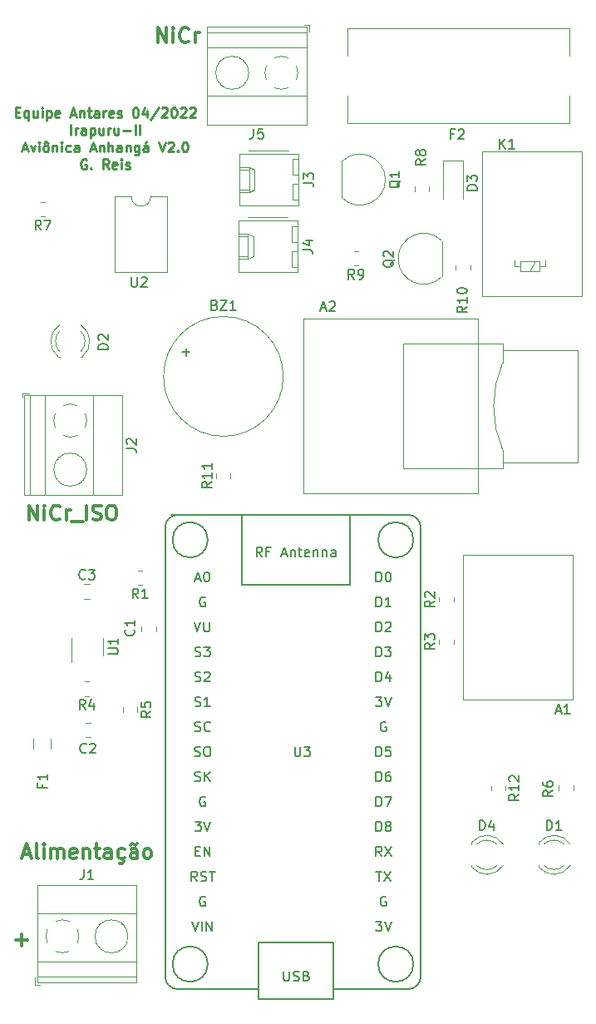
<source format=gbr>
%TF.GenerationSoftware,KiCad,Pcbnew,5.1.12-84ad8e8a86~92~ubuntu16.04.1*%
%TF.CreationDate,2022-04-25T15:27:55-03:00*%
%TF.ProjectId,Avionica,4176696f-6e69-4636-912e-6b696361645f,rev?*%
%TF.SameCoordinates,Original*%
%TF.FileFunction,Legend,Top*%
%TF.FilePolarity,Positive*%
%FSLAX46Y46*%
G04 Gerber Fmt 4.6, Leading zero omitted, Abs format (unit mm)*
G04 Created by KiCad (PCBNEW 5.1.12-84ad8e8a86~92~ubuntu16.04.1) date 2022-04-25 15:27:55*
%MOMM*%
%LPD*%
G01*
G04 APERTURE LIST*
%ADD10C,0.300000*%
%ADD11C,0.250000*%
%ADD12C,0.120000*%
%ADD13C,0.150000*%
G04 APERTURE END LIST*
D10*
X111020000Y-49628571D02*
X111020000Y-48128571D01*
X111877142Y-49628571D01*
X111877142Y-48128571D01*
X112591428Y-49628571D02*
X112591428Y-48628571D01*
X112591428Y-48128571D02*
X112520000Y-48200000D01*
X112591428Y-48271428D01*
X112662857Y-48200000D01*
X112591428Y-48128571D01*
X112591428Y-48271428D01*
X114162857Y-49485714D02*
X114091428Y-49557142D01*
X113877142Y-49628571D01*
X113734285Y-49628571D01*
X113520000Y-49557142D01*
X113377142Y-49414285D01*
X113305714Y-49271428D01*
X113234285Y-48985714D01*
X113234285Y-48771428D01*
X113305714Y-48485714D01*
X113377142Y-48342857D01*
X113520000Y-48200000D01*
X113734285Y-48128571D01*
X113877142Y-48128571D01*
X114091428Y-48200000D01*
X114162857Y-48271428D01*
X114805714Y-49628571D02*
X114805714Y-48628571D01*
X114805714Y-48914285D02*
X114877142Y-48771428D01*
X114948571Y-48700000D01*
X115091428Y-48628571D01*
X115234285Y-48628571D01*
X97891428Y-98228571D02*
X97891428Y-96728571D01*
X98748571Y-98228571D01*
X98748571Y-96728571D01*
X99462857Y-98228571D02*
X99462857Y-97228571D01*
X99462857Y-96728571D02*
X99391428Y-96800000D01*
X99462857Y-96871428D01*
X99534285Y-96800000D01*
X99462857Y-96728571D01*
X99462857Y-96871428D01*
X101034285Y-98085714D02*
X100962857Y-98157142D01*
X100748571Y-98228571D01*
X100605714Y-98228571D01*
X100391428Y-98157142D01*
X100248571Y-98014285D01*
X100177142Y-97871428D01*
X100105714Y-97585714D01*
X100105714Y-97371428D01*
X100177142Y-97085714D01*
X100248571Y-96942857D01*
X100391428Y-96800000D01*
X100605714Y-96728571D01*
X100748571Y-96728571D01*
X100962857Y-96800000D01*
X101034285Y-96871428D01*
X101677142Y-98228571D02*
X101677142Y-97228571D01*
X101677142Y-97514285D02*
X101748571Y-97371428D01*
X101820000Y-97300000D01*
X101962857Y-97228571D01*
X102105714Y-97228571D01*
X102248571Y-98371428D02*
X103391428Y-98371428D01*
X103748571Y-98228571D02*
X103748571Y-96728571D01*
X104391428Y-98157142D02*
X104605714Y-98228571D01*
X104962857Y-98228571D01*
X105105714Y-98157142D01*
X105177142Y-98085714D01*
X105248571Y-97942857D01*
X105248571Y-97800000D01*
X105177142Y-97657142D01*
X105105714Y-97585714D01*
X104962857Y-97514285D01*
X104677142Y-97442857D01*
X104534285Y-97371428D01*
X104462857Y-97300000D01*
X104391428Y-97157142D01*
X104391428Y-97014285D01*
X104462857Y-96871428D01*
X104534285Y-96800000D01*
X104677142Y-96728571D01*
X105034285Y-96728571D01*
X105248571Y-96800000D01*
X106177142Y-96728571D02*
X106462857Y-96728571D01*
X106605714Y-96800000D01*
X106748571Y-96942857D01*
X106820000Y-97228571D01*
X106820000Y-97728571D01*
X106748571Y-98014285D01*
X106605714Y-98157142D01*
X106462857Y-98228571D01*
X106177142Y-98228571D01*
X106034285Y-98157142D01*
X105891428Y-98014285D01*
X105820000Y-97728571D01*
X105820000Y-97228571D01*
X105891428Y-96942857D01*
X106034285Y-96800000D01*
X106177142Y-96728571D01*
X96568571Y-140987142D02*
X97711428Y-140987142D01*
X97140000Y-141558571D02*
X97140000Y-140415714D01*
X97284285Y-132250000D02*
X97998571Y-132250000D01*
X97141428Y-132678571D02*
X97641428Y-131178571D01*
X98141428Y-132678571D01*
X98855714Y-132678571D02*
X98712857Y-132607142D01*
X98641428Y-132464285D01*
X98641428Y-131178571D01*
X99427142Y-132678571D02*
X99427142Y-131678571D01*
X99427142Y-131178571D02*
X99355714Y-131250000D01*
X99427142Y-131321428D01*
X99498571Y-131250000D01*
X99427142Y-131178571D01*
X99427142Y-131321428D01*
X100141428Y-132678571D02*
X100141428Y-131678571D01*
X100141428Y-131821428D02*
X100212857Y-131750000D01*
X100355714Y-131678571D01*
X100570000Y-131678571D01*
X100712857Y-131750000D01*
X100784285Y-131892857D01*
X100784285Y-132678571D01*
X100784285Y-131892857D02*
X100855714Y-131750000D01*
X100998571Y-131678571D01*
X101212857Y-131678571D01*
X101355714Y-131750000D01*
X101427142Y-131892857D01*
X101427142Y-132678571D01*
X102712857Y-132607142D02*
X102570000Y-132678571D01*
X102284285Y-132678571D01*
X102141428Y-132607142D01*
X102070000Y-132464285D01*
X102070000Y-131892857D01*
X102141428Y-131750000D01*
X102284285Y-131678571D01*
X102570000Y-131678571D01*
X102712857Y-131750000D01*
X102784285Y-131892857D01*
X102784285Y-132035714D01*
X102070000Y-132178571D01*
X103427142Y-131678571D02*
X103427142Y-132678571D01*
X103427142Y-131821428D02*
X103498571Y-131750000D01*
X103641428Y-131678571D01*
X103855714Y-131678571D01*
X103998571Y-131750000D01*
X104070000Y-131892857D01*
X104070000Y-132678571D01*
X104570000Y-131678571D02*
X105141428Y-131678571D01*
X104784285Y-131178571D02*
X104784285Y-132464285D01*
X104855714Y-132607142D01*
X104998571Y-132678571D01*
X105141428Y-132678571D01*
X106284285Y-132678571D02*
X106284285Y-131892857D01*
X106212857Y-131750000D01*
X106070000Y-131678571D01*
X105784285Y-131678571D01*
X105641428Y-131750000D01*
X106284285Y-132607142D02*
X106141428Y-132678571D01*
X105784285Y-132678571D01*
X105641428Y-132607142D01*
X105570000Y-132464285D01*
X105570000Y-132321428D01*
X105641428Y-132178571D01*
X105784285Y-132107142D01*
X106141428Y-132107142D01*
X106284285Y-132035714D01*
X107641428Y-132607142D02*
X107498571Y-132678571D01*
X107212857Y-132678571D01*
X107070000Y-132607142D01*
X106998571Y-132535714D01*
X106927142Y-132392857D01*
X106927142Y-131964285D01*
X106998571Y-131821428D01*
X107070000Y-131750000D01*
X107212857Y-131678571D01*
X107498571Y-131678571D01*
X107641428Y-131750000D01*
X107355714Y-132750000D02*
X107498571Y-132821428D01*
X107570000Y-132964285D01*
X107498571Y-133107142D01*
X107355714Y-133178571D01*
X107141428Y-133178571D01*
X108927142Y-132678571D02*
X108927142Y-131892857D01*
X108855714Y-131750000D01*
X108712857Y-131678571D01*
X108427142Y-131678571D01*
X108284285Y-131750000D01*
X108927142Y-132607142D02*
X108784285Y-132678571D01*
X108427142Y-132678571D01*
X108284285Y-132607142D01*
X108212857Y-132464285D01*
X108212857Y-132321428D01*
X108284285Y-132178571D01*
X108427142Y-132107142D01*
X108784285Y-132107142D01*
X108927142Y-132035714D01*
X108212857Y-131321428D02*
X108284285Y-131250000D01*
X108427142Y-131178571D01*
X108712857Y-131321428D01*
X108855714Y-131250000D01*
X108927142Y-131178571D01*
X109855714Y-132678571D02*
X109712857Y-132607142D01*
X109641428Y-132535714D01*
X109570000Y-132392857D01*
X109570000Y-131964285D01*
X109641428Y-131821428D01*
X109712857Y-131750000D01*
X109855714Y-131678571D01*
X110070000Y-131678571D01*
X110212857Y-131750000D01*
X110284285Y-131821428D01*
X110355714Y-131964285D01*
X110355714Y-132392857D01*
X110284285Y-132535714D01*
X110212857Y-132607142D01*
X110070000Y-132678571D01*
X109855714Y-132678571D01*
D11*
X96517142Y-56713571D02*
X96850476Y-56713571D01*
X96993333Y-57237380D02*
X96517142Y-57237380D01*
X96517142Y-56237380D01*
X96993333Y-56237380D01*
X97850476Y-56570714D02*
X97850476Y-57570714D01*
X97850476Y-57189761D02*
X97755238Y-57237380D01*
X97564761Y-57237380D01*
X97469523Y-57189761D01*
X97421904Y-57142142D01*
X97374285Y-57046904D01*
X97374285Y-56761190D01*
X97421904Y-56665952D01*
X97469523Y-56618333D01*
X97564761Y-56570714D01*
X97755238Y-56570714D01*
X97850476Y-56618333D01*
X98755238Y-56570714D02*
X98755238Y-57237380D01*
X98326666Y-56570714D02*
X98326666Y-57094523D01*
X98374285Y-57189761D01*
X98469523Y-57237380D01*
X98612380Y-57237380D01*
X98707619Y-57189761D01*
X98755238Y-57142142D01*
X99231428Y-57237380D02*
X99231428Y-56570714D01*
X99231428Y-56237380D02*
X99183809Y-56285000D01*
X99231428Y-56332619D01*
X99279047Y-56285000D01*
X99231428Y-56237380D01*
X99231428Y-56332619D01*
X99707619Y-56570714D02*
X99707619Y-57570714D01*
X99707619Y-56618333D02*
X99802857Y-56570714D01*
X99993333Y-56570714D01*
X100088571Y-56618333D01*
X100136190Y-56665952D01*
X100183809Y-56761190D01*
X100183809Y-57046904D01*
X100136190Y-57142142D01*
X100088571Y-57189761D01*
X99993333Y-57237380D01*
X99802857Y-57237380D01*
X99707619Y-57189761D01*
X100993333Y-57189761D02*
X100898095Y-57237380D01*
X100707619Y-57237380D01*
X100612380Y-57189761D01*
X100564761Y-57094523D01*
X100564761Y-56713571D01*
X100612380Y-56618333D01*
X100707619Y-56570714D01*
X100898095Y-56570714D01*
X100993333Y-56618333D01*
X101040952Y-56713571D01*
X101040952Y-56808809D01*
X100564761Y-56904047D01*
X102183809Y-56951666D02*
X102660000Y-56951666D01*
X102088571Y-57237380D02*
X102421904Y-56237380D01*
X102755238Y-57237380D01*
X103088571Y-56570714D02*
X103088571Y-57237380D01*
X103088571Y-56665952D02*
X103136190Y-56618333D01*
X103231428Y-56570714D01*
X103374285Y-56570714D01*
X103469523Y-56618333D01*
X103517142Y-56713571D01*
X103517142Y-57237380D01*
X103850476Y-56570714D02*
X104231428Y-56570714D01*
X103993333Y-56237380D02*
X103993333Y-57094523D01*
X104040952Y-57189761D01*
X104136190Y-57237380D01*
X104231428Y-57237380D01*
X104993333Y-57237380D02*
X104993333Y-56713571D01*
X104945714Y-56618333D01*
X104850476Y-56570714D01*
X104659999Y-56570714D01*
X104564761Y-56618333D01*
X104993333Y-57189761D02*
X104898095Y-57237380D01*
X104659999Y-57237380D01*
X104564761Y-57189761D01*
X104517142Y-57094523D01*
X104517142Y-56999285D01*
X104564761Y-56904047D01*
X104659999Y-56856428D01*
X104898095Y-56856428D01*
X104993333Y-56808809D01*
X105469523Y-57237380D02*
X105469523Y-56570714D01*
X105469523Y-56761190D02*
X105517142Y-56665952D01*
X105564761Y-56618333D01*
X105660000Y-56570714D01*
X105755238Y-56570714D01*
X106469523Y-57189761D02*
X106374285Y-57237380D01*
X106183809Y-57237380D01*
X106088571Y-57189761D01*
X106040952Y-57094523D01*
X106040952Y-56713571D01*
X106088571Y-56618333D01*
X106183809Y-56570714D01*
X106374285Y-56570714D01*
X106469523Y-56618333D01*
X106517142Y-56713571D01*
X106517142Y-56808809D01*
X106040952Y-56904047D01*
X106898095Y-57189761D02*
X106993333Y-57237380D01*
X107183809Y-57237380D01*
X107279047Y-57189761D01*
X107326666Y-57094523D01*
X107326666Y-57046904D01*
X107279047Y-56951666D01*
X107183809Y-56904047D01*
X107040952Y-56904047D01*
X106945714Y-56856428D01*
X106898095Y-56761190D01*
X106898095Y-56713571D01*
X106945714Y-56618333D01*
X107040952Y-56570714D01*
X107183809Y-56570714D01*
X107279047Y-56618333D01*
X108707619Y-56237380D02*
X108802857Y-56237380D01*
X108898095Y-56285000D01*
X108945714Y-56332619D01*
X108993333Y-56427857D01*
X109040952Y-56618333D01*
X109040952Y-56856428D01*
X108993333Y-57046904D01*
X108945714Y-57142142D01*
X108898095Y-57189761D01*
X108802857Y-57237380D01*
X108707619Y-57237380D01*
X108612380Y-57189761D01*
X108564761Y-57142142D01*
X108517142Y-57046904D01*
X108469523Y-56856428D01*
X108469523Y-56618333D01*
X108517142Y-56427857D01*
X108564761Y-56332619D01*
X108612380Y-56285000D01*
X108707619Y-56237380D01*
X109898095Y-56570714D02*
X109898095Y-57237380D01*
X109659999Y-56189761D02*
X109421904Y-56904047D01*
X110040952Y-56904047D01*
X111136190Y-56189761D02*
X110279047Y-57475476D01*
X111421904Y-56332619D02*
X111469523Y-56285000D01*
X111564761Y-56237380D01*
X111802857Y-56237380D01*
X111898095Y-56285000D01*
X111945714Y-56332619D01*
X111993333Y-56427857D01*
X111993333Y-56523095D01*
X111945714Y-56665952D01*
X111374285Y-57237380D01*
X111993333Y-57237380D01*
X112612380Y-56237380D02*
X112707619Y-56237380D01*
X112802857Y-56285000D01*
X112850476Y-56332619D01*
X112898095Y-56427857D01*
X112945714Y-56618333D01*
X112945714Y-56856428D01*
X112898095Y-57046904D01*
X112850476Y-57142142D01*
X112802857Y-57189761D01*
X112707619Y-57237380D01*
X112612380Y-57237380D01*
X112517142Y-57189761D01*
X112469523Y-57142142D01*
X112421904Y-57046904D01*
X112374285Y-56856428D01*
X112374285Y-56618333D01*
X112421904Y-56427857D01*
X112469523Y-56332619D01*
X112517142Y-56285000D01*
X112612380Y-56237380D01*
X113326666Y-56332619D02*
X113374285Y-56285000D01*
X113469523Y-56237380D01*
X113707619Y-56237380D01*
X113802857Y-56285000D01*
X113850476Y-56332619D01*
X113898095Y-56427857D01*
X113898095Y-56523095D01*
X113850476Y-56665952D01*
X113279047Y-57237380D01*
X113898095Y-57237380D01*
X114279047Y-56332619D02*
X114326666Y-56285000D01*
X114421904Y-56237380D01*
X114659999Y-56237380D01*
X114755238Y-56285000D01*
X114802857Y-56332619D01*
X114850476Y-56427857D01*
X114850476Y-56523095D01*
X114802857Y-56665952D01*
X114231428Y-57237380D01*
X114850476Y-57237380D01*
X102136190Y-58987380D02*
X102136190Y-57987380D01*
X102612380Y-58987380D02*
X102612380Y-58320714D01*
X102612380Y-58511190D02*
X102660000Y-58415952D01*
X102707619Y-58368333D01*
X102802857Y-58320714D01*
X102898095Y-58320714D01*
X103660000Y-58987380D02*
X103660000Y-58463571D01*
X103612380Y-58368333D01*
X103517142Y-58320714D01*
X103326666Y-58320714D01*
X103231428Y-58368333D01*
X103660000Y-58939761D02*
X103564761Y-58987380D01*
X103326666Y-58987380D01*
X103231428Y-58939761D01*
X103183809Y-58844523D01*
X103183809Y-58749285D01*
X103231428Y-58654047D01*
X103326666Y-58606428D01*
X103564761Y-58606428D01*
X103660000Y-58558809D01*
X104136190Y-58320714D02*
X104136190Y-59320714D01*
X104136190Y-58368333D02*
X104231428Y-58320714D01*
X104421904Y-58320714D01*
X104517142Y-58368333D01*
X104564761Y-58415952D01*
X104612380Y-58511190D01*
X104612380Y-58796904D01*
X104564761Y-58892142D01*
X104517142Y-58939761D01*
X104421904Y-58987380D01*
X104231428Y-58987380D01*
X104136190Y-58939761D01*
X105469523Y-58320714D02*
X105469523Y-58987380D01*
X105040952Y-58320714D02*
X105040952Y-58844523D01*
X105088571Y-58939761D01*
X105183809Y-58987380D01*
X105326666Y-58987380D01*
X105421904Y-58939761D01*
X105469523Y-58892142D01*
X105945714Y-58987380D02*
X105945714Y-58320714D01*
X105945714Y-58511190D02*
X105993333Y-58415952D01*
X106040952Y-58368333D01*
X106136190Y-58320714D01*
X106231428Y-58320714D01*
X106993333Y-58320714D02*
X106993333Y-58987380D01*
X106564761Y-58320714D02*
X106564761Y-58844523D01*
X106612380Y-58939761D01*
X106707619Y-58987380D01*
X106850476Y-58987380D01*
X106945714Y-58939761D01*
X106993333Y-58892142D01*
X107469523Y-58606428D02*
X108231428Y-58606428D01*
X108707619Y-58987380D02*
X108707619Y-57987380D01*
X109183809Y-58987380D02*
X109183809Y-57987380D01*
X97255238Y-60451666D02*
X97731428Y-60451666D01*
X97160000Y-60737380D02*
X97493333Y-59737380D01*
X97826666Y-60737380D01*
X98064761Y-60070714D02*
X98302857Y-60737380D01*
X98540952Y-60070714D01*
X98921904Y-60737380D02*
X98921904Y-60070714D01*
X98921904Y-59737380D02*
X98874285Y-59785000D01*
X98921904Y-59832619D01*
X98969523Y-59785000D01*
X98921904Y-59737380D01*
X98921904Y-59832619D01*
X99540952Y-60737380D02*
X99445714Y-60689761D01*
X99398095Y-60642142D01*
X99350476Y-60546904D01*
X99350476Y-60261190D01*
X99398095Y-60165952D01*
X99445714Y-60118333D01*
X99540952Y-60070714D01*
X99683809Y-60070714D01*
X99779047Y-60118333D01*
X99826666Y-60165952D01*
X99874285Y-60261190D01*
X99874285Y-60546904D01*
X99826666Y-60642142D01*
X99779047Y-60689761D01*
X99683809Y-60737380D01*
X99540952Y-60737380D01*
X99445714Y-59832619D02*
X99636190Y-59689761D01*
X99826666Y-59832619D01*
X100302857Y-60070714D02*
X100302857Y-60737380D01*
X100302857Y-60165952D02*
X100350476Y-60118333D01*
X100445714Y-60070714D01*
X100588571Y-60070714D01*
X100683809Y-60118333D01*
X100731428Y-60213571D01*
X100731428Y-60737380D01*
X101207619Y-60737380D02*
X101207619Y-60070714D01*
X101207619Y-59737380D02*
X101160000Y-59785000D01*
X101207619Y-59832619D01*
X101255238Y-59785000D01*
X101207619Y-59737380D01*
X101207619Y-59832619D01*
X102112380Y-60689761D02*
X102017142Y-60737380D01*
X101826666Y-60737380D01*
X101731428Y-60689761D01*
X101683809Y-60642142D01*
X101636190Y-60546904D01*
X101636190Y-60261190D01*
X101683809Y-60165952D01*
X101731428Y-60118333D01*
X101826666Y-60070714D01*
X102017142Y-60070714D01*
X102112380Y-60118333D01*
X102969523Y-60737380D02*
X102969523Y-60213571D01*
X102921904Y-60118333D01*
X102826666Y-60070714D01*
X102636190Y-60070714D01*
X102540952Y-60118333D01*
X102969523Y-60689761D02*
X102874285Y-60737380D01*
X102636190Y-60737380D01*
X102540952Y-60689761D01*
X102493333Y-60594523D01*
X102493333Y-60499285D01*
X102540952Y-60404047D01*
X102636190Y-60356428D01*
X102874285Y-60356428D01*
X102969523Y-60308809D01*
X104160000Y-60451666D02*
X104636190Y-60451666D01*
X104064761Y-60737380D02*
X104398095Y-59737380D01*
X104731428Y-60737380D01*
X105064761Y-60070714D02*
X105064761Y-60737380D01*
X105064761Y-60165952D02*
X105112380Y-60118333D01*
X105207619Y-60070714D01*
X105350476Y-60070714D01*
X105445714Y-60118333D01*
X105493333Y-60213571D01*
X105493333Y-60737380D01*
X105969523Y-60737380D02*
X105969523Y-59737380D01*
X106398095Y-60737380D02*
X106398095Y-60213571D01*
X106350476Y-60118333D01*
X106255238Y-60070714D01*
X106112380Y-60070714D01*
X106017142Y-60118333D01*
X105969523Y-60165952D01*
X107302857Y-60737380D02*
X107302857Y-60213571D01*
X107255238Y-60118333D01*
X107160000Y-60070714D01*
X106969523Y-60070714D01*
X106874285Y-60118333D01*
X107302857Y-60689761D02*
X107207619Y-60737380D01*
X106969523Y-60737380D01*
X106874285Y-60689761D01*
X106826666Y-60594523D01*
X106826666Y-60499285D01*
X106874285Y-60404047D01*
X106969523Y-60356428D01*
X107207619Y-60356428D01*
X107302857Y-60308809D01*
X107779047Y-60070714D02*
X107779047Y-60737380D01*
X107779047Y-60165952D02*
X107826666Y-60118333D01*
X107921904Y-60070714D01*
X108064761Y-60070714D01*
X108160000Y-60118333D01*
X108207619Y-60213571D01*
X108207619Y-60737380D01*
X109112380Y-60070714D02*
X109112380Y-60880238D01*
X109064761Y-60975476D01*
X109017142Y-61023095D01*
X108921904Y-61070714D01*
X108779047Y-61070714D01*
X108683809Y-61023095D01*
X109112380Y-60689761D02*
X109017142Y-60737380D01*
X108826666Y-60737380D01*
X108731428Y-60689761D01*
X108683809Y-60642142D01*
X108636190Y-60546904D01*
X108636190Y-60261190D01*
X108683809Y-60165952D01*
X108731428Y-60118333D01*
X108826666Y-60070714D01*
X109017142Y-60070714D01*
X109112380Y-60118333D01*
X110017142Y-60737380D02*
X110017142Y-60213571D01*
X109969523Y-60118333D01*
X109874285Y-60070714D01*
X109683809Y-60070714D01*
X109588571Y-60118333D01*
X110017142Y-60689761D02*
X109921904Y-60737380D01*
X109683809Y-60737380D01*
X109588571Y-60689761D01*
X109540952Y-60594523D01*
X109540952Y-60499285D01*
X109588571Y-60404047D01*
X109683809Y-60356428D01*
X109921904Y-60356428D01*
X110017142Y-60308809D01*
X109874285Y-59689761D02*
X109731428Y-59832619D01*
X111112380Y-59737380D02*
X111445714Y-60737380D01*
X111779047Y-59737380D01*
X112064761Y-59832619D02*
X112112380Y-59785000D01*
X112207619Y-59737380D01*
X112445714Y-59737380D01*
X112540952Y-59785000D01*
X112588571Y-59832619D01*
X112636190Y-59927857D01*
X112636190Y-60023095D01*
X112588571Y-60165952D01*
X112017142Y-60737380D01*
X112636190Y-60737380D01*
X113064761Y-60642142D02*
X113112380Y-60689761D01*
X113064761Y-60737380D01*
X113017142Y-60689761D01*
X113064761Y-60642142D01*
X113064761Y-60737380D01*
X113731428Y-59737380D02*
X113826666Y-59737380D01*
X113921904Y-59785000D01*
X113969523Y-59832619D01*
X114017142Y-59927857D01*
X114064761Y-60118333D01*
X114064761Y-60356428D01*
X114017142Y-60546904D01*
X113969523Y-60642142D01*
X113921904Y-60689761D01*
X113826666Y-60737380D01*
X113731428Y-60737380D01*
X113636190Y-60689761D01*
X113588571Y-60642142D01*
X113540952Y-60546904D01*
X113493333Y-60356428D01*
X113493333Y-60118333D01*
X113540952Y-59927857D01*
X113588571Y-59832619D01*
X113636190Y-59785000D01*
X113731428Y-59737380D01*
X103731428Y-61535000D02*
X103636190Y-61487380D01*
X103493333Y-61487380D01*
X103350476Y-61535000D01*
X103255238Y-61630238D01*
X103207619Y-61725476D01*
X103160000Y-61915952D01*
X103160000Y-62058809D01*
X103207619Y-62249285D01*
X103255238Y-62344523D01*
X103350476Y-62439761D01*
X103493333Y-62487380D01*
X103588571Y-62487380D01*
X103731428Y-62439761D01*
X103779047Y-62392142D01*
X103779047Y-62058809D01*
X103588571Y-62058809D01*
X104207619Y-62392142D02*
X104255238Y-62439761D01*
X104207619Y-62487380D01*
X104160000Y-62439761D01*
X104207619Y-62392142D01*
X104207619Y-62487380D01*
X106017142Y-62487380D02*
X105683809Y-62011190D01*
X105445714Y-62487380D02*
X105445714Y-61487380D01*
X105826666Y-61487380D01*
X105921904Y-61535000D01*
X105969523Y-61582619D01*
X106017142Y-61677857D01*
X106017142Y-61820714D01*
X105969523Y-61915952D01*
X105921904Y-61963571D01*
X105826666Y-62011190D01*
X105445714Y-62011190D01*
X106826666Y-62439761D02*
X106731428Y-62487380D01*
X106540952Y-62487380D01*
X106445714Y-62439761D01*
X106398095Y-62344523D01*
X106398095Y-61963571D01*
X106445714Y-61868333D01*
X106540952Y-61820714D01*
X106731428Y-61820714D01*
X106826666Y-61868333D01*
X106874285Y-61963571D01*
X106874285Y-62058809D01*
X106398095Y-62154047D01*
X107302857Y-62487380D02*
X107302857Y-61820714D01*
X107302857Y-61487380D02*
X107255238Y-61535000D01*
X107302857Y-61582619D01*
X107350476Y-61535000D01*
X107302857Y-61487380D01*
X107302857Y-61582619D01*
X107731428Y-62439761D02*
X107826666Y-62487380D01*
X108017142Y-62487380D01*
X108112380Y-62439761D01*
X108160000Y-62344523D01*
X108160000Y-62296904D01*
X108112380Y-62201666D01*
X108017142Y-62154047D01*
X107874285Y-62154047D01*
X107779047Y-62106428D01*
X107731428Y-62011190D01*
X107731428Y-61963571D01*
X107779047Y-61868333D01*
X107874285Y-61820714D01*
X108017142Y-61820714D01*
X108112380Y-61868333D01*
D12*
%TO.C,K1*%
X154180000Y-60744000D02*
X154180000Y-75476000D01*
X154180000Y-75476000D02*
X144020000Y-75476000D01*
X144020000Y-75476000D02*
X144020000Y-60744000D01*
X144020000Y-60744000D02*
X154180000Y-60744000D01*
X149506000Y-71920000D02*
X148871000Y-72936000D01*
X147322000Y-71793000D02*
X147322000Y-72428000D01*
X147322000Y-72428000D02*
X147982000Y-72428000D01*
X150522000Y-71793000D02*
X150522000Y-72428000D01*
X150522000Y-72428000D02*
X149887000Y-72428000D01*
X149887000Y-71920000D02*
X147982000Y-71920000D01*
X147982000Y-71920000D02*
X147982000Y-72936000D01*
X147982000Y-72936000D02*
X149887000Y-72936000D01*
X149887000Y-71920000D02*
X149887000Y-72936000D01*
%TO.C,A1*%
X153316000Y-101784000D02*
X153316000Y-116516000D01*
X142140000Y-101784000D02*
X153316000Y-101784000D01*
X142140000Y-116516000D02*
X142140000Y-101784000D01*
X153316000Y-116516000D02*
X142140000Y-116516000D01*
%TO.C,A2*%
X153770000Y-92365000D02*
X146150000Y-92365000D01*
X153770000Y-80935000D02*
X153770000Y-92365000D01*
X146150000Y-80935000D02*
X153770000Y-80935000D01*
X146150000Y-93000000D02*
X146150000Y-91095000D01*
X146150000Y-80300000D02*
X146150000Y-82205000D01*
X135990000Y-80300000D02*
X146150000Y-80300000D01*
X135990000Y-93000000D02*
X146150000Y-93000000D01*
X135990000Y-80300000D02*
X135990000Y-93000000D01*
X125830000Y-95540000D02*
X125830000Y-77760000D01*
X143610000Y-95540000D02*
X125830000Y-95540000D01*
X143610000Y-77760000D02*
X143610000Y-95540000D01*
X125830000Y-77760000D02*
X143610000Y-77760000D01*
X146150000Y-91094999D02*
G75*
G02*
X146150000Y-82205000I10160000J4444999D01*
G01*
%TO.C,BZ1*%
X123800000Y-83600000D02*
G75*
G03*
X123800000Y-83600000I-6100000J0D01*
G01*
%TO.C,C1*%
X110835000Y-109038748D02*
X110835000Y-109561252D01*
X109365000Y-109038748D02*
X109365000Y-109561252D01*
%TO.C,C2*%
X103638748Y-120335000D02*
X104161252Y-120335000D01*
X103638748Y-118865000D02*
X104161252Y-118865000D01*
%TO.C,C3*%
X103538748Y-106235000D02*
X104061252Y-106235000D01*
X103538748Y-104765000D02*
X104061252Y-104765000D01*
%TO.C,D1*%
X149810000Y-133380000D02*
X149810000Y-133536000D01*
X149810000Y-131064000D02*
X149810000Y-131220000D01*
X153042335Y-131221392D02*
G75*
G03*
X149810000Y-131064484I-1672335J-1078608D01*
G01*
X153042335Y-133378608D02*
G75*
G02*
X149810000Y-133535516I-1672335J1078608D01*
G01*
X152411130Y-131220163D02*
G75*
G03*
X150329039Y-131220000I-1041130J-1079837D01*
G01*
X152411130Y-133379837D02*
G75*
G02*
X150329039Y-133380000I-1041130J1079837D01*
G01*
%TO.C,D2*%
X100864000Y-81590000D02*
X101020000Y-81590000D01*
X103180000Y-81590000D02*
X103336000Y-81590000D01*
X103179837Y-78988870D02*
G75*
G02*
X103180000Y-81070961I-1079837J-1041130D01*
G01*
X101020163Y-78988870D02*
G75*
G03*
X101020000Y-81070961I1079837J-1041130D01*
G01*
X103178608Y-78357665D02*
G75*
G02*
X103335516Y-81590000I-1078608J-1672335D01*
G01*
X101021392Y-78357665D02*
G75*
G03*
X100864484Y-81590000I1078608J-1672335D01*
G01*
%TO.C,D3*%
X142090000Y-61660000D02*
X142090000Y-65560000D01*
X140090000Y-61660000D02*
X140090000Y-65560000D01*
X142090000Y-61660000D02*
X140090000Y-61660000D01*
%TO.C,D4*%
X142970000Y-133380000D02*
X142970000Y-133536000D01*
X142970000Y-131064000D02*
X142970000Y-131220000D01*
X146202335Y-131221392D02*
G75*
G03*
X142970000Y-131064484I-1672335J-1078608D01*
G01*
X146202335Y-133378608D02*
G75*
G02*
X142970000Y-133535516I-1672335J1078608D01*
G01*
X145571130Y-131220163D02*
G75*
G03*
X143489039Y-131220000I-1041130J-1079837D01*
G01*
X145571130Y-133379837D02*
G75*
G02*
X143489039Y-133380000I-1041130J1079837D01*
G01*
%TO.C,F1*%
X98290000Y-120484545D02*
X98290000Y-121465455D01*
X100110000Y-120484545D02*
X100110000Y-121465455D01*
%TO.C,F2*%
X130300000Y-57800000D02*
X130300000Y-55000000D01*
X130300000Y-57800000D02*
X152900000Y-57800000D01*
X130300000Y-48200000D02*
X152900000Y-48200000D01*
X130300000Y-51000000D02*
X130300000Y-48200000D01*
X152900000Y-51000000D02*
X152900000Y-48200000D01*
X152900000Y-57800000D02*
X152900000Y-55000000D01*
%TO.C,J1*%
X107980000Y-140600000D02*
G75*
G03*
X107980000Y-140600000I-1680000J0D01*
G01*
X98740000Y-144700000D02*
X108860000Y-144700000D01*
X98740000Y-143200000D02*
X108860000Y-143200000D01*
X98740000Y-138299000D02*
X108860000Y-138299000D01*
X98740000Y-135339000D02*
X108860000Y-135339000D01*
X98740000Y-145260000D02*
X108860000Y-145260000D01*
X98740000Y-135339000D02*
X98740000Y-145260000D01*
X108860000Y-135339000D02*
X108860000Y-145260000D01*
X107575000Y-139531000D02*
X107528000Y-139577000D01*
X105266000Y-141839000D02*
X105231000Y-141874000D01*
X107370000Y-139325000D02*
X107335000Y-139361000D01*
X105073000Y-141623000D02*
X105026000Y-141669000D01*
X98500000Y-144760000D02*
X98500000Y-145500000D01*
X98500000Y-145500000D02*
X99000000Y-145500000D01*
X101328805Y-142280253D02*
G75*
G02*
X100616000Y-142135000I-28805J1680253D01*
G01*
X99764574Y-141283042D02*
G75*
G02*
X99765000Y-139916000I1535426J683042D01*
G01*
X100616958Y-139064574D02*
G75*
G02*
X101984000Y-139065000I683042J-1535426D01*
G01*
X102835426Y-139916958D02*
G75*
G02*
X102835000Y-141284000I-1535426J-683042D01*
G01*
X101983318Y-142134756D02*
G75*
G02*
X101300000Y-142280000I-683318J1534756D01*
G01*
%TO.C,J2*%
X97200000Y-85300000D02*
X97200000Y-85800000D01*
X97940000Y-85300000D02*
X97200000Y-85300000D01*
X101077000Y-91873000D02*
X101031000Y-91826000D01*
X103375000Y-94170000D02*
X103339000Y-94135000D01*
X100861000Y-92066000D02*
X100826000Y-92031000D01*
X103169000Y-94375000D02*
X103123000Y-94328000D01*
X107361000Y-95660000D02*
X97440000Y-95660000D01*
X107361000Y-85540000D02*
X97440000Y-85540000D01*
X97440000Y-85540000D02*
X97440000Y-95660000D01*
X107361000Y-85540000D02*
X107361000Y-95660000D01*
X104401000Y-85540000D02*
X104401000Y-95660000D01*
X99500000Y-85540000D02*
X99500000Y-95660000D01*
X98000000Y-85540000D02*
X98000000Y-95660000D01*
X103780000Y-93100000D02*
G75*
G03*
X103780000Y-93100000I-1680000J0D01*
G01*
X100565244Y-88783318D02*
G75*
G02*
X100420000Y-88100000I1534756J683318D01*
G01*
X102783042Y-89635426D02*
G75*
G02*
X101416000Y-89635000I-683042J1535426D01*
G01*
X103635426Y-87416958D02*
G75*
G02*
X103635000Y-88784000I-1535426J-683042D01*
G01*
X101416958Y-86564574D02*
G75*
G02*
X102784000Y-86565000I683042J-1535426D01*
G01*
X100419747Y-88128805D02*
G75*
G02*
X100565000Y-87416000I1680253J28805D01*
G01*
%TO.C,J3*%
X125330000Y-60920000D02*
X119310000Y-60920000D01*
X119310000Y-60920000D02*
X119310000Y-66220000D01*
X119310000Y-66220000D02*
X125330000Y-66220000D01*
X125330000Y-66220000D02*
X125330000Y-60920000D01*
X124300000Y-60630000D02*
X120300000Y-60630000D01*
X119310000Y-62300000D02*
X120310000Y-62300000D01*
X120310000Y-62300000D02*
X120310000Y-64840000D01*
X120310000Y-64840000D02*
X119310000Y-64840000D01*
X120310000Y-62300000D02*
X120840000Y-62550000D01*
X120840000Y-62550000D02*
X120840000Y-64590000D01*
X120840000Y-64590000D02*
X120310000Y-64840000D01*
X119310000Y-62550000D02*
X120310000Y-62550000D01*
X119310000Y-64590000D02*
X120310000Y-64590000D01*
X125330000Y-61500000D02*
X124730000Y-61500000D01*
X124730000Y-61500000D02*
X124730000Y-63100000D01*
X124730000Y-63100000D02*
X125330000Y-63100000D01*
X125330000Y-64040000D02*
X124730000Y-64040000D01*
X124730000Y-64040000D02*
X124730000Y-65640000D01*
X124730000Y-65640000D02*
X125330000Y-65640000D01*
%TO.C,J4*%
X124630000Y-72440000D02*
X125230000Y-72440000D01*
X124630000Y-70840000D02*
X124630000Y-72440000D01*
X125230000Y-70840000D02*
X124630000Y-70840000D01*
X124630000Y-69900000D02*
X125230000Y-69900000D01*
X124630000Y-68300000D02*
X124630000Y-69900000D01*
X125230000Y-68300000D02*
X124630000Y-68300000D01*
X119210000Y-71390000D02*
X120210000Y-71390000D01*
X119210000Y-69350000D02*
X120210000Y-69350000D01*
X120740000Y-71390000D02*
X120210000Y-71640000D01*
X120740000Y-69350000D02*
X120740000Y-71390000D01*
X120210000Y-69100000D02*
X120740000Y-69350000D01*
X120210000Y-71640000D02*
X119210000Y-71640000D01*
X120210000Y-69100000D02*
X120210000Y-71640000D01*
X119210000Y-69100000D02*
X120210000Y-69100000D01*
X124200000Y-67430000D02*
X120200000Y-67430000D01*
X125230000Y-73020000D02*
X125230000Y-67720000D01*
X119210000Y-73020000D02*
X125230000Y-73020000D01*
X119210000Y-67720000D02*
X119210000Y-73020000D01*
X125230000Y-67720000D02*
X119210000Y-67720000D01*
%TO.C,J5*%
X126400000Y-47800000D02*
X125900000Y-47800000D01*
X126400000Y-48540000D02*
X126400000Y-47800000D01*
X119827000Y-51677000D02*
X119874000Y-51631000D01*
X117530000Y-53975000D02*
X117565000Y-53939000D01*
X119634000Y-51461000D02*
X119669000Y-51426000D01*
X117325000Y-53769000D02*
X117372000Y-53723000D01*
X116040000Y-57961000D02*
X116040000Y-48040000D01*
X126160000Y-57961000D02*
X126160000Y-48040000D01*
X126160000Y-48040000D02*
X116040000Y-48040000D01*
X126160000Y-57961000D02*
X116040000Y-57961000D01*
X126160000Y-55001000D02*
X116040000Y-55001000D01*
X126160000Y-50100000D02*
X116040000Y-50100000D01*
X126160000Y-48600000D02*
X116040000Y-48600000D01*
X120280000Y-52700000D02*
G75*
G03*
X120280000Y-52700000I-1680000J0D01*
G01*
X122916682Y-51165244D02*
G75*
G02*
X123600000Y-51020000I683318J-1534756D01*
G01*
X122064574Y-53383042D02*
G75*
G02*
X122065000Y-52016000I1535426J683042D01*
G01*
X124283042Y-54235426D02*
G75*
G02*
X122916000Y-54235000I-683042J1535426D01*
G01*
X125135426Y-52016958D02*
G75*
G02*
X125135000Y-53384000I-1535426J-683042D01*
G01*
X123571195Y-51019747D02*
G75*
G02*
X124284000Y-51165000I28805J-1680253D01*
G01*
%TO.C,Q1*%
X129750000Y-61770000D02*
X129750000Y-65370000D01*
X129761522Y-61731522D02*
G75*
G02*
X134200000Y-63570000I1838478J-1838478D01*
G01*
X129761522Y-65408478D02*
G75*
G03*
X134200000Y-63570000I1838478J1838478D01*
G01*
%TO.C,Q2*%
X139950000Y-73430000D02*
X139950000Y-69830000D01*
X139938478Y-69791522D02*
G75*
G03*
X135500000Y-71630000I-1838478J-1838478D01*
G01*
X139938478Y-73468478D02*
G75*
G02*
X135500000Y-71630000I-1838478J1838478D01*
G01*
%TO.C,R1*%
X109427064Y-104835000D02*
X108972936Y-104835000D01*
X109427064Y-103365000D02*
X108972936Y-103365000D01*
%TO.C,R2*%
X139665000Y-106527064D02*
X139665000Y-106072936D01*
X141135000Y-106527064D02*
X141135000Y-106072936D01*
%TO.C,R3*%
X141135000Y-110814564D02*
X141135000Y-110360436D01*
X139665000Y-110814564D02*
X139665000Y-110360436D01*
%TO.C,R4*%
X104027064Y-116135000D02*
X103572936Y-116135000D01*
X104027064Y-114665000D02*
X103572936Y-114665000D01*
%TO.C,R5*%
X107465000Y-117272936D02*
X107465000Y-117727064D01*
X108935000Y-117272936D02*
X108935000Y-117727064D01*
%TO.C,R6*%
X151865000Y-125260436D02*
X151865000Y-125714564D01*
X153335000Y-125260436D02*
X153335000Y-125714564D01*
%TO.C,R7*%
X99514564Y-65865000D02*
X99060436Y-65865000D01*
X99514564Y-67335000D02*
X99060436Y-67335000D01*
%TO.C,R8*%
X138635000Y-64272936D02*
X138635000Y-64727064D01*
X137165000Y-64272936D02*
X137165000Y-64727064D01*
%TO.C,R9*%
X131427064Y-72335000D02*
X130972936Y-72335000D01*
X131427064Y-70865000D02*
X130972936Y-70865000D01*
%TO.C,R10*%
X141365000Y-72272936D02*
X141365000Y-72727064D01*
X142835000Y-72272936D02*
X142835000Y-72727064D01*
%TO.C,R11*%
X118435000Y-93939564D02*
X118435000Y-93485436D01*
X116965000Y-93939564D02*
X116965000Y-93485436D01*
%TO.C,R12*%
X146435000Y-125272936D02*
X146435000Y-125727064D01*
X144965000Y-125272936D02*
X144965000Y-125727064D01*
%TO.C,U1*%
X102190000Y-110200000D02*
X102190000Y-112650000D01*
X105410000Y-112000000D02*
X105410000Y-110200000D01*
%TO.C,U2*%
X111960000Y-65270000D02*
X110310000Y-65270000D01*
X111960000Y-73010000D02*
X111960000Y-65270000D01*
X106660000Y-73010000D02*
X111960000Y-73010000D01*
X106660000Y-65270000D02*
X106660000Y-73010000D01*
X108310000Y-65270000D02*
X106660000Y-65270000D01*
X110310000Y-65270000D02*
G75*
G02*
X108310000Y-65270000I-1000000J0D01*
G01*
D13*
%TO.C,U3*%
X136530000Y-145960000D02*
X128910000Y-145960000D01*
X130600000Y-104830000D02*
X119600000Y-104830000D01*
X130600000Y-97700000D02*
X130600000Y-104830000D01*
X119600000Y-104830000D02*
X119600000Y-97700000D01*
X121300000Y-146960000D02*
X121300000Y-141230000D01*
X121300000Y-141230000D02*
X128900000Y-141230000D01*
X128900000Y-141230000D02*
X128900000Y-146960000D01*
X128900000Y-146960000D02*
X121300000Y-146960000D01*
X137800000Y-98970000D02*
X137800000Y-144690000D01*
X111765000Y-98970000D02*
X111765000Y-144690000D01*
X121290000Y-145960000D02*
X113035000Y-145960000D01*
X137056051Y-143420000D02*
G75*
G03*
X137056051Y-143420000I-1796051J0D01*
G01*
X116101051Y-143420000D02*
G75*
G03*
X116101051Y-143420000I-1796051J0D01*
G01*
X116101051Y-100240000D02*
G75*
G03*
X116101051Y-100240000I-1796051J0D01*
G01*
X137056051Y-100240000D02*
G75*
G03*
X137056051Y-100240000I-1796051J0D01*
G01*
X136530000Y-97700000D02*
X112400000Y-97700000D01*
X113035000Y-97700000D02*
G75*
G03*
X111765000Y-98970000I0J-1270000D01*
G01*
X137800000Y-98970000D02*
G75*
G03*
X136530000Y-97700000I-1270000J0D01*
G01*
X136530000Y-145960000D02*
G75*
G03*
X137800000Y-144690000I0J1270000D01*
G01*
X111765000Y-144690000D02*
G75*
G03*
X113035000Y-145960000I1270000J0D01*
G01*
%TO.C,K1*%
X145821904Y-60434380D02*
X145821904Y-59434380D01*
X146393333Y-60434380D02*
X145964761Y-59862952D01*
X146393333Y-59434380D02*
X145821904Y-60005809D01*
X147345714Y-60434380D02*
X146774285Y-60434380D01*
X147060000Y-60434380D02*
X147060000Y-59434380D01*
X146964761Y-59577238D01*
X146869523Y-59672476D01*
X146774285Y-59720095D01*
%TO.C,A1*%
X151585714Y-117666666D02*
X152061904Y-117666666D01*
X151490476Y-117952380D02*
X151823809Y-116952380D01*
X152157142Y-117952380D01*
X153014285Y-117952380D02*
X152442857Y-117952380D01*
X152728571Y-117952380D02*
X152728571Y-116952380D01*
X152633333Y-117095238D01*
X152538095Y-117190476D01*
X152442857Y-117238095D01*
%TO.C,A2*%
X127655714Y-76656666D02*
X128131904Y-76656666D01*
X127560476Y-76942380D02*
X127893809Y-75942380D01*
X128227142Y-76942380D01*
X128512857Y-76037619D02*
X128560476Y-75990000D01*
X128655714Y-75942380D01*
X128893809Y-75942380D01*
X128989047Y-75990000D01*
X129036666Y-76037619D01*
X129084285Y-76132857D01*
X129084285Y-76228095D01*
X129036666Y-76370952D01*
X128465238Y-76942380D01*
X129084285Y-76942380D01*
%TO.C,BZ1*%
X116819047Y-76328571D02*
X116961904Y-76376190D01*
X117009523Y-76423809D01*
X117057142Y-76519047D01*
X117057142Y-76661904D01*
X117009523Y-76757142D01*
X116961904Y-76804761D01*
X116866666Y-76852380D01*
X116485714Y-76852380D01*
X116485714Y-75852380D01*
X116819047Y-75852380D01*
X116914285Y-75900000D01*
X116961904Y-75947619D01*
X117009523Y-76042857D01*
X117009523Y-76138095D01*
X116961904Y-76233333D01*
X116914285Y-76280952D01*
X116819047Y-76328571D01*
X116485714Y-76328571D01*
X117390476Y-75852380D02*
X118057142Y-75852380D01*
X117390476Y-76852380D01*
X118057142Y-76852380D01*
X118961904Y-76852380D02*
X118390476Y-76852380D01*
X118676190Y-76852380D02*
X118676190Y-75852380D01*
X118580952Y-75995238D01*
X118485714Y-76090476D01*
X118390476Y-76138095D01*
X113509047Y-81131428D02*
X114270952Y-81131428D01*
X113890000Y-81512380D02*
X113890000Y-80750476D01*
%TO.C,C1*%
X108557142Y-109366666D02*
X108604761Y-109414285D01*
X108652380Y-109557142D01*
X108652380Y-109652380D01*
X108604761Y-109795238D01*
X108509523Y-109890476D01*
X108414285Y-109938095D01*
X108223809Y-109985714D01*
X108080952Y-109985714D01*
X107890476Y-109938095D01*
X107795238Y-109890476D01*
X107700000Y-109795238D01*
X107652380Y-109652380D01*
X107652380Y-109557142D01*
X107700000Y-109414285D01*
X107747619Y-109366666D01*
X108652380Y-108414285D02*
X108652380Y-108985714D01*
X108652380Y-108700000D02*
X107652380Y-108700000D01*
X107795238Y-108795238D01*
X107890476Y-108890476D01*
X107938095Y-108985714D01*
%TO.C,C2*%
X103733333Y-121857142D02*
X103685714Y-121904761D01*
X103542857Y-121952380D01*
X103447619Y-121952380D01*
X103304761Y-121904761D01*
X103209523Y-121809523D01*
X103161904Y-121714285D01*
X103114285Y-121523809D01*
X103114285Y-121380952D01*
X103161904Y-121190476D01*
X103209523Y-121095238D01*
X103304761Y-121000000D01*
X103447619Y-120952380D01*
X103542857Y-120952380D01*
X103685714Y-121000000D01*
X103733333Y-121047619D01*
X104114285Y-121047619D02*
X104161904Y-121000000D01*
X104257142Y-120952380D01*
X104495238Y-120952380D01*
X104590476Y-121000000D01*
X104638095Y-121047619D01*
X104685714Y-121142857D01*
X104685714Y-121238095D01*
X104638095Y-121380952D01*
X104066666Y-121952380D01*
X104685714Y-121952380D01*
%TO.C,C3*%
X103633333Y-104177142D02*
X103585714Y-104224761D01*
X103442857Y-104272380D01*
X103347619Y-104272380D01*
X103204761Y-104224761D01*
X103109523Y-104129523D01*
X103061904Y-104034285D01*
X103014285Y-103843809D01*
X103014285Y-103700952D01*
X103061904Y-103510476D01*
X103109523Y-103415238D01*
X103204761Y-103320000D01*
X103347619Y-103272380D01*
X103442857Y-103272380D01*
X103585714Y-103320000D01*
X103633333Y-103367619D01*
X103966666Y-103272380D02*
X104585714Y-103272380D01*
X104252380Y-103653333D01*
X104395238Y-103653333D01*
X104490476Y-103700952D01*
X104538095Y-103748571D01*
X104585714Y-103843809D01*
X104585714Y-104081904D01*
X104538095Y-104177142D01*
X104490476Y-104224761D01*
X104395238Y-104272380D01*
X104109523Y-104272380D01*
X104014285Y-104224761D01*
X103966666Y-104177142D01*
%TO.C,D1*%
X150631904Y-129792380D02*
X150631904Y-128792380D01*
X150870000Y-128792380D01*
X151012857Y-128840000D01*
X151108095Y-128935238D01*
X151155714Y-129030476D01*
X151203333Y-129220952D01*
X151203333Y-129363809D01*
X151155714Y-129554285D01*
X151108095Y-129649523D01*
X151012857Y-129744761D01*
X150870000Y-129792380D01*
X150631904Y-129792380D01*
X152155714Y-129792380D02*
X151584285Y-129792380D01*
X151870000Y-129792380D02*
X151870000Y-128792380D01*
X151774761Y-128935238D01*
X151679523Y-129030476D01*
X151584285Y-129078095D01*
%TO.C,D2*%
X105952380Y-80838095D02*
X104952380Y-80838095D01*
X104952380Y-80600000D01*
X105000000Y-80457142D01*
X105095238Y-80361904D01*
X105190476Y-80314285D01*
X105380952Y-80266666D01*
X105523809Y-80266666D01*
X105714285Y-80314285D01*
X105809523Y-80361904D01*
X105904761Y-80457142D01*
X105952380Y-80600000D01*
X105952380Y-80838095D01*
X105047619Y-79885714D02*
X105000000Y-79838095D01*
X104952380Y-79742857D01*
X104952380Y-79504761D01*
X105000000Y-79409523D01*
X105047619Y-79361904D01*
X105142857Y-79314285D01*
X105238095Y-79314285D01*
X105380952Y-79361904D01*
X105952380Y-79933333D01*
X105952380Y-79314285D01*
%TO.C,D3*%
X143542380Y-64648095D02*
X142542380Y-64648095D01*
X142542380Y-64410000D01*
X142590000Y-64267142D01*
X142685238Y-64171904D01*
X142780476Y-64124285D01*
X142970952Y-64076666D01*
X143113809Y-64076666D01*
X143304285Y-64124285D01*
X143399523Y-64171904D01*
X143494761Y-64267142D01*
X143542380Y-64410000D01*
X143542380Y-64648095D01*
X142542380Y-63743333D02*
X142542380Y-63124285D01*
X142923333Y-63457619D01*
X142923333Y-63314761D01*
X142970952Y-63219523D01*
X143018571Y-63171904D01*
X143113809Y-63124285D01*
X143351904Y-63124285D01*
X143447142Y-63171904D01*
X143494761Y-63219523D01*
X143542380Y-63314761D01*
X143542380Y-63600476D01*
X143494761Y-63695714D01*
X143447142Y-63743333D01*
%TO.C,D4*%
X143791904Y-129792380D02*
X143791904Y-128792380D01*
X144030000Y-128792380D01*
X144172857Y-128840000D01*
X144268095Y-128935238D01*
X144315714Y-129030476D01*
X144363333Y-129220952D01*
X144363333Y-129363809D01*
X144315714Y-129554285D01*
X144268095Y-129649523D01*
X144172857Y-129744761D01*
X144030000Y-129792380D01*
X143791904Y-129792380D01*
X145220476Y-129125714D02*
X145220476Y-129792380D01*
X144982380Y-128744761D02*
X144744285Y-129459047D01*
X145363333Y-129459047D01*
%TO.C,F1*%
X99228571Y-125133333D02*
X99228571Y-125466666D01*
X99752380Y-125466666D02*
X98752380Y-125466666D01*
X98752380Y-124990476D01*
X99752380Y-124085714D02*
X99752380Y-124657142D01*
X99752380Y-124371428D02*
X98752380Y-124371428D01*
X98895238Y-124466666D01*
X98990476Y-124561904D01*
X99038095Y-124657142D01*
%TO.C,F2*%
X141166666Y-58928571D02*
X140833333Y-58928571D01*
X140833333Y-59452380D02*
X140833333Y-58452380D01*
X141309523Y-58452380D01*
X141642857Y-58547619D02*
X141690476Y-58500000D01*
X141785714Y-58452380D01*
X142023809Y-58452380D01*
X142119047Y-58500000D01*
X142166666Y-58547619D01*
X142214285Y-58642857D01*
X142214285Y-58738095D01*
X142166666Y-58880952D01*
X141595238Y-59452380D01*
X142214285Y-59452380D01*
%TO.C,J1*%
X103466666Y-133792380D02*
X103466666Y-134506666D01*
X103419047Y-134649523D01*
X103323809Y-134744761D01*
X103180952Y-134792380D01*
X103085714Y-134792380D01*
X104466666Y-134792380D02*
X103895238Y-134792380D01*
X104180952Y-134792380D02*
X104180952Y-133792380D01*
X104085714Y-133935238D01*
X103990476Y-134030476D01*
X103895238Y-134078095D01*
%TO.C,J2*%
X107812380Y-90933333D02*
X108526666Y-90933333D01*
X108669523Y-90980952D01*
X108764761Y-91076190D01*
X108812380Y-91219047D01*
X108812380Y-91314285D01*
X107907619Y-90504761D02*
X107860000Y-90457142D01*
X107812380Y-90361904D01*
X107812380Y-90123809D01*
X107860000Y-90028571D01*
X107907619Y-89980952D01*
X108002857Y-89933333D01*
X108098095Y-89933333D01*
X108240952Y-89980952D01*
X108812380Y-90552380D01*
X108812380Y-89933333D01*
%TO.C,J3*%
X125872380Y-63903333D02*
X126586666Y-63903333D01*
X126729523Y-63950952D01*
X126824761Y-64046190D01*
X126872380Y-64189047D01*
X126872380Y-64284285D01*
X125872380Y-63522380D02*
X125872380Y-62903333D01*
X126253333Y-63236666D01*
X126253333Y-63093809D01*
X126300952Y-62998571D01*
X126348571Y-62950952D01*
X126443809Y-62903333D01*
X126681904Y-62903333D01*
X126777142Y-62950952D01*
X126824761Y-62998571D01*
X126872380Y-63093809D01*
X126872380Y-63379523D01*
X126824761Y-63474761D01*
X126777142Y-63522380D01*
%TO.C,J4*%
X125772380Y-70703333D02*
X126486666Y-70703333D01*
X126629523Y-70750952D01*
X126724761Y-70846190D01*
X126772380Y-70989047D01*
X126772380Y-71084285D01*
X126105714Y-69798571D02*
X126772380Y-69798571D01*
X125724761Y-70036666D02*
X126439047Y-70274761D01*
X126439047Y-69655714D01*
%TO.C,J5*%
X120766666Y-58412380D02*
X120766666Y-59126666D01*
X120719047Y-59269523D01*
X120623809Y-59364761D01*
X120480952Y-59412380D01*
X120385714Y-59412380D01*
X121719047Y-58412380D02*
X121242857Y-58412380D01*
X121195238Y-58888571D01*
X121242857Y-58840952D01*
X121338095Y-58793333D01*
X121576190Y-58793333D01*
X121671428Y-58840952D01*
X121719047Y-58888571D01*
X121766666Y-58983809D01*
X121766666Y-59221904D01*
X121719047Y-59317142D01*
X121671428Y-59364761D01*
X121576190Y-59412380D01*
X121338095Y-59412380D01*
X121242857Y-59364761D01*
X121195238Y-59317142D01*
%TO.C,Q1*%
X135707619Y-63665238D02*
X135660000Y-63760476D01*
X135564761Y-63855714D01*
X135421904Y-63998571D01*
X135374285Y-64093809D01*
X135374285Y-64189047D01*
X135612380Y-64141428D02*
X135564761Y-64236666D01*
X135469523Y-64331904D01*
X135279047Y-64379523D01*
X134945714Y-64379523D01*
X134755238Y-64331904D01*
X134660000Y-64236666D01*
X134612380Y-64141428D01*
X134612380Y-63950952D01*
X134660000Y-63855714D01*
X134755238Y-63760476D01*
X134945714Y-63712857D01*
X135279047Y-63712857D01*
X135469523Y-63760476D01*
X135564761Y-63855714D01*
X135612380Y-63950952D01*
X135612380Y-64141428D01*
X135612380Y-62760476D02*
X135612380Y-63331904D01*
X135612380Y-63046190D02*
X134612380Y-63046190D01*
X134755238Y-63141428D01*
X134850476Y-63236666D01*
X134898095Y-63331904D01*
%TO.C,Q2*%
X135087619Y-71725238D02*
X135040000Y-71820476D01*
X134944761Y-71915714D01*
X134801904Y-72058571D01*
X134754285Y-72153809D01*
X134754285Y-72249047D01*
X134992380Y-72201428D02*
X134944761Y-72296666D01*
X134849523Y-72391904D01*
X134659047Y-72439523D01*
X134325714Y-72439523D01*
X134135238Y-72391904D01*
X134040000Y-72296666D01*
X133992380Y-72201428D01*
X133992380Y-72010952D01*
X134040000Y-71915714D01*
X134135238Y-71820476D01*
X134325714Y-71772857D01*
X134659047Y-71772857D01*
X134849523Y-71820476D01*
X134944761Y-71915714D01*
X134992380Y-72010952D01*
X134992380Y-72201428D01*
X134087619Y-71391904D02*
X134040000Y-71344285D01*
X133992380Y-71249047D01*
X133992380Y-71010952D01*
X134040000Y-70915714D01*
X134087619Y-70868095D01*
X134182857Y-70820476D01*
X134278095Y-70820476D01*
X134420952Y-70868095D01*
X134992380Y-71439523D01*
X134992380Y-70820476D01*
%TO.C,R1*%
X109033333Y-106202380D02*
X108700000Y-105726190D01*
X108461904Y-106202380D02*
X108461904Y-105202380D01*
X108842857Y-105202380D01*
X108938095Y-105250000D01*
X108985714Y-105297619D01*
X109033333Y-105392857D01*
X109033333Y-105535714D01*
X108985714Y-105630952D01*
X108938095Y-105678571D01*
X108842857Y-105726190D01*
X108461904Y-105726190D01*
X109985714Y-106202380D02*
X109414285Y-106202380D01*
X109700000Y-106202380D02*
X109700000Y-105202380D01*
X109604761Y-105345238D01*
X109509523Y-105440476D01*
X109414285Y-105488095D01*
%TO.C,R2*%
X139202380Y-106466666D02*
X138726190Y-106800000D01*
X139202380Y-107038095D02*
X138202380Y-107038095D01*
X138202380Y-106657142D01*
X138250000Y-106561904D01*
X138297619Y-106514285D01*
X138392857Y-106466666D01*
X138535714Y-106466666D01*
X138630952Y-106514285D01*
X138678571Y-106561904D01*
X138726190Y-106657142D01*
X138726190Y-107038095D01*
X138297619Y-106085714D02*
X138250000Y-106038095D01*
X138202380Y-105942857D01*
X138202380Y-105704761D01*
X138250000Y-105609523D01*
X138297619Y-105561904D01*
X138392857Y-105514285D01*
X138488095Y-105514285D01*
X138630952Y-105561904D01*
X139202380Y-106133333D01*
X139202380Y-105514285D01*
%TO.C,R3*%
X139202380Y-110754166D02*
X138726190Y-111087500D01*
X139202380Y-111325595D02*
X138202380Y-111325595D01*
X138202380Y-110944642D01*
X138250000Y-110849404D01*
X138297619Y-110801785D01*
X138392857Y-110754166D01*
X138535714Y-110754166D01*
X138630952Y-110801785D01*
X138678571Y-110849404D01*
X138726190Y-110944642D01*
X138726190Y-111325595D01*
X138202380Y-110420833D02*
X138202380Y-109801785D01*
X138583333Y-110135119D01*
X138583333Y-109992261D01*
X138630952Y-109897023D01*
X138678571Y-109849404D01*
X138773809Y-109801785D01*
X139011904Y-109801785D01*
X139107142Y-109849404D01*
X139154761Y-109897023D01*
X139202380Y-109992261D01*
X139202380Y-110277976D01*
X139154761Y-110373214D01*
X139107142Y-110420833D01*
%TO.C,R4*%
X103633333Y-117502380D02*
X103300000Y-117026190D01*
X103061904Y-117502380D02*
X103061904Y-116502380D01*
X103442857Y-116502380D01*
X103538095Y-116550000D01*
X103585714Y-116597619D01*
X103633333Y-116692857D01*
X103633333Y-116835714D01*
X103585714Y-116930952D01*
X103538095Y-116978571D01*
X103442857Y-117026190D01*
X103061904Y-117026190D01*
X104490476Y-116835714D02*
X104490476Y-117502380D01*
X104252380Y-116454761D02*
X104014285Y-117169047D01*
X104633333Y-117169047D01*
%TO.C,R5*%
X110302380Y-117666666D02*
X109826190Y-118000000D01*
X110302380Y-118238095D02*
X109302380Y-118238095D01*
X109302380Y-117857142D01*
X109350000Y-117761904D01*
X109397619Y-117714285D01*
X109492857Y-117666666D01*
X109635714Y-117666666D01*
X109730952Y-117714285D01*
X109778571Y-117761904D01*
X109826190Y-117857142D01*
X109826190Y-118238095D01*
X109302380Y-116761904D02*
X109302380Y-117238095D01*
X109778571Y-117285714D01*
X109730952Y-117238095D01*
X109683333Y-117142857D01*
X109683333Y-116904761D01*
X109730952Y-116809523D01*
X109778571Y-116761904D01*
X109873809Y-116714285D01*
X110111904Y-116714285D01*
X110207142Y-116761904D01*
X110254761Y-116809523D01*
X110302380Y-116904761D01*
X110302380Y-117142857D01*
X110254761Y-117238095D01*
X110207142Y-117285714D01*
%TO.C,R6*%
X151252380Y-125766666D02*
X150776190Y-126100000D01*
X151252380Y-126338095D02*
X150252380Y-126338095D01*
X150252380Y-125957142D01*
X150300000Y-125861904D01*
X150347619Y-125814285D01*
X150442857Y-125766666D01*
X150585714Y-125766666D01*
X150680952Y-125814285D01*
X150728571Y-125861904D01*
X150776190Y-125957142D01*
X150776190Y-126338095D01*
X150252380Y-124909523D02*
X150252380Y-125100000D01*
X150300000Y-125195238D01*
X150347619Y-125242857D01*
X150490476Y-125338095D01*
X150680952Y-125385714D01*
X151061904Y-125385714D01*
X151157142Y-125338095D01*
X151204761Y-125290476D01*
X151252380Y-125195238D01*
X151252380Y-125004761D01*
X151204761Y-124909523D01*
X151157142Y-124861904D01*
X151061904Y-124814285D01*
X150823809Y-124814285D01*
X150728571Y-124861904D01*
X150680952Y-124909523D01*
X150633333Y-125004761D01*
X150633333Y-125195238D01*
X150680952Y-125290476D01*
X150728571Y-125338095D01*
X150823809Y-125385714D01*
%TO.C,R7*%
X99120833Y-68702380D02*
X98787500Y-68226190D01*
X98549404Y-68702380D02*
X98549404Y-67702380D01*
X98930357Y-67702380D01*
X99025595Y-67750000D01*
X99073214Y-67797619D01*
X99120833Y-67892857D01*
X99120833Y-68035714D01*
X99073214Y-68130952D01*
X99025595Y-68178571D01*
X98930357Y-68226190D01*
X98549404Y-68226190D01*
X99454166Y-67702380D02*
X100120833Y-67702380D01*
X99692261Y-68702380D01*
%TO.C,R8*%
X138302380Y-61496666D02*
X137826190Y-61830000D01*
X138302380Y-62068095D02*
X137302380Y-62068095D01*
X137302380Y-61687142D01*
X137350000Y-61591904D01*
X137397619Y-61544285D01*
X137492857Y-61496666D01*
X137635714Y-61496666D01*
X137730952Y-61544285D01*
X137778571Y-61591904D01*
X137826190Y-61687142D01*
X137826190Y-62068095D01*
X137730952Y-60925238D02*
X137683333Y-61020476D01*
X137635714Y-61068095D01*
X137540476Y-61115714D01*
X137492857Y-61115714D01*
X137397619Y-61068095D01*
X137350000Y-61020476D01*
X137302380Y-60925238D01*
X137302380Y-60734761D01*
X137350000Y-60639523D01*
X137397619Y-60591904D01*
X137492857Y-60544285D01*
X137540476Y-60544285D01*
X137635714Y-60591904D01*
X137683333Y-60639523D01*
X137730952Y-60734761D01*
X137730952Y-60925238D01*
X137778571Y-61020476D01*
X137826190Y-61068095D01*
X137921428Y-61115714D01*
X138111904Y-61115714D01*
X138207142Y-61068095D01*
X138254761Y-61020476D01*
X138302380Y-60925238D01*
X138302380Y-60734761D01*
X138254761Y-60639523D01*
X138207142Y-60591904D01*
X138111904Y-60544285D01*
X137921428Y-60544285D01*
X137826190Y-60591904D01*
X137778571Y-60639523D01*
X137730952Y-60734761D01*
%TO.C,R9*%
X131033333Y-73702380D02*
X130700000Y-73226190D01*
X130461904Y-73702380D02*
X130461904Y-72702380D01*
X130842857Y-72702380D01*
X130938095Y-72750000D01*
X130985714Y-72797619D01*
X131033333Y-72892857D01*
X131033333Y-73035714D01*
X130985714Y-73130952D01*
X130938095Y-73178571D01*
X130842857Y-73226190D01*
X130461904Y-73226190D01*
X131509523Y-73702380D02*
X131700000Y-73702380D01*
X131795238Y-73654761D01*
X131842857Y-73607142D01*
X131938095Y-73464285D01*
X131985714Y-73273809D01*
X131985714Y-72892857D01*
X131938095Y-72797619D01*
X131890476Y-72750000D01*
X131795238Y-72702380D01*
X131604761Y-72702380D01*
X131509523Y-72750000D01*
X131461904Y-72797619D01*
X131414285Y-72892857D01*
X131414285Y-73130952D01*
X131461904Y-73226190D01*
X131509523Y-73273809D01*
X131604761Y-73321428D01*
X131795238Y-73321428D01*
X131890476Y-73273809D01*
X131938095Y-73226190D01*
X131985714Y-73130952D01*
%TO.C,R10*%
X142502380Y-76502857D02*
X142026190Y-76836190D01*
X142502380Y-77074285D02*
X141502380Y-77074285D01*
X141502380Y-76693333D01*
X141550000Y-76598095D01*
X141597619Y-76550476D01*
X141692857Y-76502857D01*
X141835714Y-76502857D01*
X141930952Y-76550476D01*
X141978571Y-76598095D01*
X142026190Y-76693333D01*
X142026190Y-77074285D01*
X142502380Y-75550476D02*
X142502380Y-76121904D01*
X142502380Y-75836190D02*
X141502380Y-75836190D01*
X141645238Y-75931428D01*
X141740476Y-76026666D01*
X141788095Y-76121904D01*
X141502380Y-74931428D02*
X141502380Y-74836190D01*
X141550000Y-74740952D01*
X141597619Y-74693333D01*
X141692857Y-74645714D01*
X141883333Y-74598095D01*
X142121428Y-74598095D01*
X142311904Y-74645714D01*
X142407142Y-74693333D01*
X142454761Y-74740952D01*
X142502380Y-74836190D01*
X142502380Y-74931428D01*
X142454761Y-75026666D01*
X142407142Y-75074285D01*
X142311904Y-75121904D01*
X142121428Y-75169523D01*
X141883333Y-75169523D01*
X141692857Y-75121904D01*
X141597619Y-75074285D01*
X141550000Y-75026666D01*
X141502380Y-74931428D01*
%TO.C,R11*%
X116502380Y-94355357D02*
X116026190Y-94688690D01*
X116502380Y-94926785D02*
X115502380Y-94926785D01*
X115502380Y-94545833D01*
X115550000Y-94450595D01*
X115597619Y-94402976D01*
X115692857Y-94355357D01*
X115835714Y-94355357D01*
X115930952Y-94402976D01*
X115978571Y-94450595D01*
X116026190Y-94545833D01*
X116026190Y-94926785D01*
X116502380Y-93402976D02*
X116502380Y-93974404D01*
X116502380Y-93688690D02*
X115502380Y-93688690D01*
X115645238Y-93783928D01*
X115740476Y-93879166D01*
X115788095Y-93974404D01*
X116502380Y-92450595D02*
X116502380Y-93022023D01*
X116502380Y-92736309D02*
X115502380Y-92736309D01*
X115645238Y-92831547D01*
X115740476Y-92926785D01*
X115788095Y-93022023D01*
%TO.C,R12*%
X147802380Y-126142857D02*
X147326190Y-126476190D01*
X147802380Y-126714285D02*
X146802380Y-126714285D01*
X146802380Y-126333333D01*
X146850000Y-126238095D01*
X146897619Y-126190476D01*
X146992857Y-126142857D01*
X147135714Y-126142857D01*
X147230952Y-126190476D01*
X147278571Y-126238095D01*
X147326190Y-126333333D01*
X147326190Y-126714285D01*
X147802380Y-125190476D02*
X147802380Y-125761904D01*
X147802380Y-125476190D02*
X146802380Y-125476190D01*
X146945238Y-125571428D01*
X147040476Y-125666666D01*
X147088095Y-125761904D01*
X146897619Y-124809523D02*
X146850000Y-124761904D01*
X146802380Y-124666666D01*
X146802380Y-124428571D01*
X146850000Y-124333333D01*
X146897619Y-124285714D01*
X146992857Y-124238095D01*
X147088095Y-124238095D01*
X147230952Y-124285714D01*
X147802380Y-124857142D01*
X147802380Y-124238095D01*
%TO.C,U1*%
X105952380Y-111861904D02*
X106761904Y-111861904D01*
X106857142Y-111814285D01*
X106904761Y-111766666D01*
X106952380Y-111671428D01*
X106952380Y-111480952D01*
X106904761Y-111385714D01*
X106857142Y-111338095D01*
X106761904Y-111290476D01*
X105952380Y-111290476D01*
X106952380Y-110290476D02*
X106952380Y-110861904D01*
X106952380Y-110576190D02*
X105952380Y-110576190D01*
X106095238Y-110671428D01*
X106190476Y-110766666D01*
X106238095Y-110861904D01*
%TO.C,U2*%
X108328095Y-73482380D02*
X108328095Y-74291904D01*
X108375714Y-74387142D01*
X108423333Y-74434761D01*
X108518571Y-74482380D01*
X108709047Y-74482380D01*
X108804285Y-74434761D01*
X108851904Y-74387142D01*
X108899523Y-74291904D01*
X108899523Y-73482380D01*
X109328095Y-73577619D02*
X109375714Y-73530000D01*
X109470952Y-73482380D01*
X109709047Y-73482380D01*
X109804285Y-73530000D01*
X109851904Y-73577619D01*
X109899523Y-73672857D01*
X109899523Y-73768095D01*
X109851904Y-73910952D01*
X109280476Y-74482380D01*
X109899523Y-74482380D01*
%TO.C,U3*%
X124973095Y-121282380D02*
X124973095Y-122091904D01*
X125020714Y-122187142D01*
X125068333Y-122234761D01*
X125163571Y-122282380D01*
X125354047Y-122282380D01*
X125449285Y-122234761D01*
X125496904Y-122187142D01*
X125544523Y-122091904D01*
X125544523Y-121282380D01*
X125925476Y-121282380D02*
X126544523Y-121282380D01*
X126211190Y-121663333D01*
X126354047Y-121663333D01*
X126449285Y-121710952D01*
X126496904Y-121758571D01*
X126544523Y-121853809D01*
X126544523Y-122091904D01*
X126496904Y-122187142D01*
X126449285Y-122234761D01*
X126354047Y-122282380D01*
X126068333Y-122282380D01*
X125973095Y-122234761D01*
X125925476Y-122187142D01*
X123838095Y-144142380D02*
X123838095Y-144951904D01*
X123885714Y-145047142D01*
X123933333Y-145094761D01*
X124028571Y-145142380D01*
X124219047Y-145142380D01*
X124314285Y-145094761D01*
X124361904Y-145047142D01*
X124409523Y-144951904D01*
X124409523Y-144142380D01*
X124838095Y-145094761D02*
X124980952Y-145142380D01*
X125219047Y-145142380D01*
X125314285Y-145094761D01*
X125361904Y-145047142D01*
X125409523Y-144951904D01*
X125409523Y-144856666D01*
X125361904Y-144761428D01*
X125314285Y-144713809D01*
X125219047Y-144666190D01*
X125028571Y-144618571D01*
X124933333Y-144570952D01*
X124885714Y-144523333D01*
X124838095Y-144428095D01*
X124838095Y-144332857D01*
X124885714Y-144237619D01*
X124933333Y-144190000D01*
X125028571Y-144142380D01*
X125266666Y-144142380D01*
X125409523Y-144190000D01*
X126171428Y-144618571D02*
X126314285Y-144666190D01*
X126361904Y-144713809D01*
X126409523Y-144809047D01*
X126409523Y-144951904D01*
X126361904Y-145047142D01*
X126314285Y-145094761D01*
X126219047Y-145142380D01*
X125838095Y-145142380D01*
X125838095Y-144142380D01*
X126171428Y-144142380D01*
X126266666Y-144190000D01*
X126314285Y-144237619D01*
X126361904Y-144332857D01*
X126361904Y-144428095D01*
X126314285Y-144523333D01*
X126266666Y-144570952D01*
X126171428Y-144618571D01*
X125838095Y-144618571D01*
X121647619Y-101962380D02*
X121314285Y-101486190D01*
X121076190Y-101962380D02*
X121076190Y-100962380D01*
X121457142Y-100962380D01*
X121552380Y-101010000D01*
X121600000Y-101057619D01*
X121647619Y-101152857D01*
X121647619Y-101295714D01*
X121600000Y-101390952D01*
X121552380Y-101438571D01*
X121457142Y-101486190D01*
X121076190Y-101486190D01*
X122409523Y-101438571D02*
X122076190Y-101438571D01*
X122076190Y-101962380D02*
X122076190Y-100962380D01*
X122552380Y-100962380D01*
X123647619Y-101676666D02*
X124123809Y-101676666D01*
X123552380Y-101962380D02*
X123885714Y-100962380D01*
X124219047Y-101962380D01*
X124552380Y-101295714D02*
X124552380Y-101962380D01*
X124552380Y-101390952D02*
X124600000Y-101343333D01*
X124695238Y-101295714D01*
X124838095Y-101295714D01*
X124933333Y-101343333D01*
X124980952Y-101438571D01*
X124980952Y-101962380D01*
X125314285Y-101295714D02*
X125695238Y-101295714D01*
X125457142Y-100962380D02*
X125457142Y-101819523D01*
X125504761Y-101914761D01*
X125600000Y-101962380D01*
X125695238Y-101962380D01*
X126409523Y-101914761D02*
X126314285Y-101962380D01*
X126123809Y-101962380D01*
X126028571Y-101914761D01*
X125980952Y-101819523D01*
X125980952Y-101438571D01*
X126028571Y-101343333D01*
X126123809Y-101295714D01*
X126314285Y-101295714D01*
X126409523Y-101343333D01*
X126457142Y-101438571D01*
X126457142Y-101533809D01*
X125980952Y-101629047D01*
X126885714Y-101295714D02*
X126885714Y-101962380D01*
X126885714Y-101390952D02*
X126933333Y-101343333D01*
X127028571Y-101295714D01*
X127171428Y-101295714D01*
X127266666Y-101343333D01*
X127314285Y-101438571D01*
X127314285Y-101962380D01*
X127790476Y-101295714D02*
X127790476Y-101962380D01*
X127790476Y-101390952D02*
X127838095Y-101343333D01*
X127933333Y-101295714D01*
X128076190Y-101295714D01*
X128171428Y-101343333D01*
X128219047Y-101438571D01*
X128219047Y-101962380D01*
X129123809Y-101962380D02*
X129123809Y-101438571D01*
X129076190Y-101343333D01*
X128980952Y-101295714D01*
X128790476Y-101295714D01*
X128695238Y-101343333D01*
X129123809Y-101914761D02*
X129028571Y-101962380D01*
X128790476Y-101962380D01*
X128695238Y-101914761D01*
X128647619Y-101819523D01*
X128647619Y-101724285D01*
X128695238Y-101629047D01*
X128790476Y-101581428D01*
X129028571Y-101581428D01*
X129123809Y-101533809D01*
X114479761Y-139062380D02*
X114813095Y-140062380D01*
X115146428Y-139062380D01*
X115479761Y-140062380D02*
X115479761Y-139062380D01*
X115955952Y-140062380D02*
X115955952Y-139062380D01*
X116527380Y-140062380D01*
X116527380Y-139062380D01*
X115836904Y-136570000D02*
X115741666Y-136522380D01*
X115598809Y-136522380D01*
X115455952Y-136570000D01*
X115360714Y-136665238D01*
X115313095Y-136760476D01*
X115265476Y-136950952D01*
X115265476Y-137093809D01*
X115313095Y-137284285D01*
X115360714Y-137379523D01*
X115455952Y-137474761D01*
X115598809Y-137522380D01*
X115694047Y-137522380D01*
X115836904Y-137474761D01*
X115884523Y-137427142D01*
X115884523Y-137093809D01*
X115694047Y-137093809D01*
X115027380Y-134982380D02*
X114694047Y-134506190D01*
X114455952Y-134982380D02*
X114455952Y-133982380D01*
X114836904Y-133982380D01*
X114932142Y-134030000D01*
X114979761Y-134077619D01*
X115027380Y-134172857D01*
X115027380Y-134315714D01*
X114979761Y-134410952D01*
X114932142Y-134458571D01*
X114836904Y-134506190D01*
X114455952Y-134506190D01*
X115408333Y-134934761D02*
X115551190Y-134982380D01*
X115789285Y-134982380D01*
X115884523Y-134934761D01*
X115932142Y-134887142D01*
X115979761Y-134791904D01*
X115979761Y-134696666D01*
X115932142Y-134601428D01*
X115884523Y-134553809D01*
X115789285Y-134506190D01*
X115598809Y-134458571D01*
X115503571Y-134410952D01*
X115455952Y-134363333D01*
X115408333Y-134268095D01*
X115408333Y-134172857D01*
X115455952Y-134077619D01*
X115503571Y-134030000D01*
X115598809Y-133982380D01*
X115836904Y-133982380D01*
X115979761Y-134030000D01*
X116265476Y-133982380D02*
X116836904Y-133982380D01*
X116551190Y-134982380D02*
X116551190Y-133982380D01*
X114836904Y-131918571D02*
X115170238Y-131918571D01*
X115313095Y-132442380D02*
X114836904Y-132442380D01*
X114836904Y-131442380D01*
X115313095Y-131442380D01*
X115741666Y-132442380D02*
X115741666Y-131442380D01*
X116313095Y-132442380D01*
X116313095Y-131442380D01*
X114813095Y-128902380D02*
X115432142Y-128902380D01*
X115098809Y-129283333D01*
X115241666Y-129283333D01*
X115336904Y-129330952D01*
X115384523Y-129378571D01*
X115432142Y-129473809D01*
X115432142Y-129711904D01*
X115384523Y-129807142D01*
X115336904Y-129854761D01*
X115241666Y-129902380D01*
X114955952Y-129902380D01*
X114860714Y-129854761D01*
X114813095Y-129807142D01*
X115717857Y-128902380D02*
X116051190Y-129902380D01*
X116384523Y-128902380D01*
X115836904Y-126410000D02*
X115741666Y-126362380D01*
X115598809Y-126362380D01*
X115455952Y-126410000D01*
X115360714Y-126505238D01*
X115313095Y-126600476D01*
X115265476Y-126790952D01*
X115265476Y-126933809D01*
X115313095Y-127124285D01*
X115360714Y-127219523D01*
X115455952Y-127314761D01*
X115598809Y-127362380D01*
X115694047Y-127362380D01*
X115836904Y-127314761D01*
X115884523Y-127267142D01*
X115884523Y-126933809D01*
X115694047Y-126933809D01*
X114789285Y-124774761D02*
X114932142Y-124822380D01*
X115170238Y-124822380D01*
X115265476Y-124774761D01*
X115313095Y-124727142D01*
X115360714Y-124631904D01*
X115360714Y-124536666D01*
X115313095Y-124441428D01*
X115265476Y-124393809D01*
X115170238Y-124346190D01*
X114979761Y-124298571D01*
X114884523Y-124250952D01*
X114836904Y-124203333D01*
X114789285Y-124108095D01*
X114789285Y-124012857D01*
X114836904Y-123917619D01*
X114884523Y-123870000D01*
X114979761Y-123822380D01*
X115217857Y-123822380D01*
X115360714Y-123870000D01*
X115789285Y-124822380D02*
X115789285Y-123822380D01*
X116360714Y-124822380D02*
X115932142Y-124250952D01*
X116360714Y-123822380D02*
X115789285Y-124393809D01*
X114765476Y-122234761D02*
X114908333Y-122282380D01*
X115146428Y-122282380D01*
X115241666Y-122234761D01*
X115289285Y-122187142D01*
X115336904Y-122091904D01*
X115336904Y-121996666D01*
X115289285Y-121901428D01*
X115241666Y-121853809D01*
X115146428Y-121806190D01*
X114955952Y-121758571D01*
X114860714Y-121710952D01*
X114813095Y-121663333D01*
X114765476Y-121568095D01*
X114765476Y-121472857D01*
X114813095Y-121377619D01*
X114860714Y-121330000D01*
X114955952Y-121282380D01*
X115194047Y-121282380D01*
X115336904Y-121330000D01*
X115955952Y-121282380D02*
X116146428Y-121282380D01*
X116241666Y-121330000D01*
X116336904Y-121425238D01*
X116384523Y-121615714D01*
X116384523Y-121949047D01*
X116336904Y-122139523D01*
X116241666Y-122234761D01*
X116146428Y-122282380D01*
X115955952Y-122282380D01*
X115860714Y-122234761D01*
X115765476Y-122139523D01*
X115717857Y-121949047D01*
X115717857Y-121615714D01*
X115765476Y-121425238D01*
X115860714Y-121330000D01*
X115955952Y-121282380D01*
X114789285Y-119694761D02*
X114932142Y-119742380D01*
X115170238Y-119742380D01*
X115265476Y-119694761D01*
X115313095Y-119647142D01*
X115360714Y-119551904D01*
X115360714Y-119456666D01*
X115313095Y-119361428D01*
X115265476Y-119313809D01*
X115170238Y-119266190D01*
X114979761Y-119218571D01*
X114884523Y-119170952D01*
X114836904Y-119123333D01*
X114789285Y-119028095D01*
X114789285Y-118932857D01*
X114836904Y-118837619D01*
X114884523Y-118790000D01*
X114979761Y-118742380D01*
X115217857Y-118742380D01*
X115360714Y-118790000D01*
X116360714Y-119647142D02*
X116313095Y-119694761D01*
X116170238Y-119742380D01*
X116075000Y-119742380D01*
X115932142Y-119694761D01*
X115836904Y-119599523D01*
X115789285Y-119504285D01*
X115741666Y-119313809D01*
X115741666Y-119170952D01*
X115789285Y-118980476D01*
X115836904Y-118885238D01*
X115932142Y-118790000D01*
X116075000Y-118742380D01*
X116170238Y-118742380D01*
X116313095Y-118790000D01*
X116360714Y-118837619D01*
X114813095Y-117154761D02*
X114955952Y-117202380D01*
X115194047Y-117202380D01*
X115289285Y-117154761D01*
X115336904Y-117107142D01*
X115384523Y-117011904D01*
X115384523Y-116916666D01*
X115336904Y-116821428D01*
X115289285Y-116773809D01*
X115194047Y-116726190D01*
X115003571Y-116678571D01*
X114908333Y-116630952D01*
X114860714Y-116583333D01*
X114813095Y-116488095D01*
X114813095Y-116392857D01*
X114860714Y-116297619D01*
X114908333Y-116250000D01*
X115003571Y-116202380D01*
X115241666Y-116202380D01*
X115384523Y-116250000D01*
X116336904Y-117202380D02*
X115765476Y-117202380D01*
X116051190Y-117202380D02*
X116051190Y-116202380D01*
X115955952Y-116345238D01*
X115860714Y-116440476D01*
X115765476Y-116488095D01*
X114813095Y-114614761D02*
X114955952Y-114662380D01*
X115194047Y-114662380D01*
X115289285Y-114614761D01*
X115336904Y-114567142D01*
X115384523Y-114471904D01*
X115384523Y-114376666D01*
X115336904Y-114281428D01*
X115289285Y-114233809D01*
X115194047Y-114186190D01*
X115003571Y-114138571D01*
X114908333Y-114090952D01*
X114860714Y-114043333D01*
X114813095Y-113948095D01*
X114813095Y-113852857D01*
X114860714Y-113757619D01*
X114908333Y-113710000D01*
X115003571Y-113662380D01*
X115241666Y-113662380D01*
X115384523Y-113710000D01*
X115765476Y-113757619D02*
X115813095Y-113710000D01*
X115908333Y-113662380D01*
X116146428Y-113662380D01*
X116241666Y-113710000D01*
X116289285Y-113757619D01*
X116336904Y-113852857D01*
X116336904Y-113948095D01*
X116289285Y-114090952D01*
X115717857Y-114662380D01*
X116336904Y-114662380D01*
X114813095Y-112074761D02*
X114955952Y-112122380D01*
X115194047Y-112122380D01*
X115289285Y-112074761D01*
X115336904Y-112027142D01*
X115384523Y-111931904D01*
X115384523Y-111836666D01*
X115336904Y-111741428D01*
X115289285Y-111693809D01*
X115194047Y-111646190D01*
X115003571Y-111598571D01*
X114908333Y-111550952D01*
X114860714Y-111503333D01*
X114813095Y-111408095D01*
X114813095Y-111312857D01*
X114860714Y-111217619D01*
X114908333Y-111170000D01*
X115003571Y-111122380D01*
X115241666Y-111122380D01*
X115384523Y-111170000D01*
X115717857Y-111122380D02*
X116336904Y-111122380D01*
X116003571Y-111503333D01*
X116146428Y-111503333D01*
X116241666Y-111550952D01*
X116289285Y-111598571D01*
X116336904Y-111693809D01*
X116336904Y-111931904D01*
X116289285Y-112027142D01*
X116241666Y-112074761D01*
X116146428Y-112122380D01*
X115860714Y-112122380D01*
X115765476Y-112074761D01*
X115717857Y-112027142D01*
X114717857Y-108582380D02*
X115051190Y-109582380D01*
X115384523Y-108582380D01*
X115717857Y-108582380D02*
X115717857Y-109391904D01*
X115765476Y-109487142D01*
X115813095Y-109534761D01*
X115908333Y-109582380D01*
X116098809Y-109582380D01*
X116194047Y-109534761D01*
X116241666Y-109487142D01*
X116289285Y-109391904D01*
X116289285Y-108582380D01*
X115836904Y-106090000D02*
X115741666Y-106042380D01*
X115598809Y-106042380D01*
X115455952Y-106090000D01*
X115360714Y-106185238D01*
X115313095Y-106280476D01*
X115265476Y-106470952D01*
X115265476Y-106613809D01*
X115313095Y-106804285D01*
X115360714Y-106899523D01*
X115455952Y-106994761D01*
X115598809Y-107042380D01*
X115694047Y-107042380D01*
X115836904Y-106994761D01*
X115884523Y-106947142D01*
X115884523Y-106613809D01*
X115694047Y-106613809D01*
X114860714Y-104216666D02*
X115336904Y-104216666D01*
X114765476Y-104502380D02*
X115098809Y-103502380D01*
X115432142Y-104502380D01*
X115955952Y-103502380D02*
X116051190Y-103502380D01*
X116146428Y-103550000D01*
X116194047Y-103597619D01*
X116241666Y-103692857D01*
X116289285Y-103883333D01*
X116289285Y-104121428D01*
X116241666Y-104311904D01*
X116194047Y-104407142D01*
X116146428Y-104454761D01*
X116051190Y-104502380D01*
X115955952Y-104502380D01*
X115860714Y-104454761D01*
X115813095Y-104407142D01*
X115765476Y-104311904D01*
X115717857Y-104121428D01*
X115717857Y-103883333D01*
X115765476Y-103692857D01*
X115813095Y-103597619D01*
X115860714Y-103550000D01*
X115955952Y-103502380D01*
X133228095Y-139062380D02*
X133847142Y-139062380D01*
X133513809Y-139443333D01*
X133656666Y-139443333D01*
X133751904Y-139490952D01*
X133799523Y-139538571D01*
X133847142Y-139633809D01*
X133847142Y-139871904D01*
X133799523Y-139967142D01*
X133751904Y-140014761D01*
X133656666Y-140062380D01*
X133370952Y-140062380D01*
X133275714Y-140014761D01*
X133228095Y-139967142D01*
X134132857Y-139062380D02*
X134466190Y-140062380D01*
X134799523Y-139062380D01*
X134251904Y-136570000D02*
X134156666Y-136522380D01*
X134013809Y-136522380D01*
X133870952Y-136570000D01*
X133775714Y-136665238D01*
X133728095Y-136760476D01*
X133680476Y-136950952D01*
X133680476Y-137093809D01*
X133728095Y-137284285D01*
X133775714Y-137379523D01*
X133870952Y-137474761D01*
X134013809Y-137522380D01*
X134109047Y-137522380D01*
X134251904Y-137474761D01*
X134299523Y-137427142D01*
X134299523Y-137093809D01*
X134109047Y-137093809D01*
X133228095Y-133982380D02*
X133799523Y-133982380D01*
X133513809Y-134982380D02*
X133513809Y-133982380D01*
X134037619Y-133982380D02*
X134704285Y-134982380D01*
X134704285Y-133982380D02*
X134037619Y-134982380D01*
X133823333Y-132442380D02*
X133490000Y-131966190D01*
X133251904Y-132442380D02*
X133251904Y-131442380D01*
X133632857Y-131442380D01*
X133728095Y-131490000D01*
X133775714Y-131537619D01*
X133823333Y-131632857D01*
X133823333Y-131775714D01*
X133775714Y-131870952D01*
X133728095Y-131918571D01*
X133632857Y-131966190D01*
X133251904Y-131966190D01*
X134156666Y-131442380D02*
X134823333Y-132442380D01*
X134823333Y-131442380D02*
X134156666Y-132442380D01*
X133251904Y-129902380D02*
X133251904Y-128902380D01*
X133490000Y-128902380D01*
X133632857Y-128950000D01*
X133728095Y-129045238D01*
X133775714Y-129140476D01*
X133823333Y-129330952D01*
X133823333Y-129473809D01*
X133775714Y-129664285D01*
X133728095Y-129759523D01*
X133632857Y-129854761D01*
X133490000Y-129902380D01*
X133251904Y-129902380D01*
X134394761Y-129330952D02*
X134299523Y-129283333D01*
X134251904Y-129235714D01*
X134204285Y-129140476D01*
X134204285Y-129092857D01*
X134251904Y-128997619D01*
X134299523Y-128950000D01*
X134394761Y-128902380D01*
X134585238Y-128902380D01*
X134680476Y-128950000D01*
X134728095Y-128997619D01*
X134775714Y-129092857D01*
X134775714Y-129140476D01*
X134728095Y-129235714D01*
X134680476Y-129283333D01*
X134585238Y-129330952D01*
X134394761Y-129330952D01*
X134299523Y-129378571D01*
X134251904Y-129426190D01*
X134204285Y-129521428D01*
X134204285Y-129711904D01*
X134251904Y-129807142D01*
X134299523Y-129854761D01*
X134394761Y-129902380D01*
X134585238Y-129902380D01*
X134680476Y-129854761D01*
X134728095Y-129807142D01*
X134775714Y-129711904D01*
X134775714Y-129521428D01*
X134728095Y-129426190D01*
X134680476Y-129378571D01*
X134585238Y-129330952D01*
X133251904Y-127362380D02*
X133251904Y-126362380D01*
X133490000Y-126362380D01*
X133632857Y-126410000D01*
X133728095Y-126505238D01*
X133775714Y-126600476D01*
X133823333Y-126790952D01*
X133823333Y-126933809D01*
X133775714Y-127124285D01*
X133728095Y-127219523D01*
X133632857Y-127314761D01*
X133490000Y-127362380D01*
X133251904Y-127362380D01*
X134156666Y-126362380D02*
X134823333Y-126362380D01*
X134394761Y-127362380D01*
X133251904Y-124822380D02*
X133251904Y-123822380D01*
X133490000Y-123822380D01*
X133632857Y-123870000D01*
X133728095Y-123965238D01*
X133775714Y-124060476D01*
X133823333Y-124250952D01*
X133823333Y-124393809D01*
X133775714Y-124584285D01*
X133728095Y-124679523D01*
X133632857Y-124774761D01*
X133490000Y-124822380D01*
X133251904Y-124822380D01*
X134680476Y-123822380D02*
X134490000Y-123822380D01*
X134394761Y-123870000D01*
X134347142Y-123917619D01*
X134251904Y-124060476D01*
X134204285Y-124250952D01*
X134204285Y-124631904D01*
X134251904Y-124727142D01*
X134299523Y-124774761D01*
X134394761Y-124822380D01*
X134585238Y-124822380D01*
X134680476Y-124774761D01*
X134728095Y-124727142D01*
X134775714Y-124631904D01*
X134775714Y-124393809D01*
X134728095Y-124298571D01*
X134680476Y-124250952D01*
X134585238Y-124203333D01*
X134394761Y-124203333D01*
X134299523Y-124250952D01*
X134251904Y-124298571D01*
X134204285Y-124393809D01*
X133251904Y-122282380D02*
X133251904Y-121282380D01*
X133490000Y-121282380D01*
X133632857Y-121330000D01*
X133728095Y-121425238D01*
X133775714Y-121520476D01*
X133823333Y-121710952D01*
X133823333Y-121853809D01*
X133775714Y-122044285D01*
X133728095Y-122139523D01*
X133632857Y-122234761D01*
X133490000Y-122282380D01*
X133251904Y-122282380D01*
X134728095Y-121282380D02*
X134251904Y-121282380D01*
X134204285Y-121758571D01*
X134251904Y-121710952D01*
X134347142Y-121663333D01*
X134585238Y-121663333D01*
X134680476Y-121710952D01*
X134728095Y-121758571D01*
X134775714Y-121853809D01*
X134775714Y-122091904D01*
X134728095Y-122187142D01*
X134680476Y-122234761D01*
X134585238Y-122282380D01*
X134347142Y-122282380D01*
X134251904Y-122234761D01*
X134204285Y-122187142D01*
X134251904Y-118790000D02*
X134156666Y-118742380D01*
X134013809Y-118742380D01*
X133870952Y-118790000D01*
X133775714Y-118885238D01*
X133728095Y-118980476D01*
X133680476Y-119170952D01*
X133680476Y-119313809D01*
X133728095Y-119504285D01*
X133775714Y-119599523D01*
X133870952Y-119694761D01*
X134013809Y-119742380D01*
X134109047Y-119742380D01*
X134251904Y-119694761D01*
X134299523Y-119647142D01*
X134299523Y-119313809D01*
X134109047Y-119313809D01*
X133228095Y-116202380D02*
X133847142Y-116202380D01*
X133513809Y-116583333D01*
X133656666Y-116583333D01*
X133751904Y-116630952D01*
X133799523Y-116678571D01*
X133847142Y-116773809D01*
X133847142Y-117011904D01*
X133799523Y-117107142D01*
X133751904Y-117154761D01*
X133656666Y-117202380D01*
X133370952Y-117202380D01*
X133275714Y-117154761D01*
X133228095Y-117107142D01*
X134132857Y-116202380D02*
X134466190Y-117202380D01*
X134799523Y-116202380D01*
X133251904Y-114662380D02*
X133251904Y-113662380D01*
X133490000Y-113662380D01*
X133632857Y-113710000D01*
X133728095Y-113805238D01*
X133775714Y-113900476D01*
X133823333Y-114090952D01*
X133823333Y-114233809D01*
X133775714Y-114424285D01*
X133728095Y-114519523D01*
X133632857Y-114614761D01*
X133490000Y-114662380D01*
X133251904Y-114662380D01*
X134680476Y-113995714D02*
X134680476Y-114662380D01*
X134442380Y-113614761D02*
X134204285Y-114329047D01*
X134823333Y-114329047D01*
X133251904Y-112122380D02*
X133251904Y-111122380D01*
X133490000Y-111122380D01*
X133632857Y-111170000D01*
X133728095Y-111265238D01*
X133775714Y-111360476D01*
X133823333Y-111550952D01*
X133823333Y-111693809D01*
X133775714Y-111884285D01*
X133728095Y-111979523D01*
X133632857Y-112074761D01*
X133490000Y-112122380D01*
X133251904Y-112122380D01*
X134156666Y-111122380D02*
X134775714Y-111122380D01*
X134442380Y-111503333D01*
X134585238Y-111503333D01*
X134680476Y-111550952D01*
X134728095Y-111598571D01*
X134775714Y-111693809D01*
X134775714Y-111931904D01*
X134728095Y-112027142D01*
X134680476Y-112074761D01*
X134585238Y-112122380D01*
X134299523Y-112122380D01*
X134204285Y-112074761D01*
X134156666Y-112027142D01*
X133251904Y-109582380D02*
X133251904Y-108582380D01*
X133490000Y-108582380D01*
X133632857Y-108630000D01*
X133728095Y-108725238D01*
X133775714Y-108820476D01*
X133823333Y-109010952D01*
X133823333Y-109153809D01*
X133775714Y-109344285D01*
X133728095Y-109439523D01*
X133632857Y-109534761D01*
X133490000Y-109582380D01*
X133251904Y-109582380D01*
X134204285Y-108677619D02*
X134251904Y-108630000D01*
X134347142Y-108582380D01*
X134585238Y-108582380D01*
X134680476Y-108630000D01*
X134728095Y-108677619D01*
X134775714Y-108772857D01*
X134775714Y-108868095D01*
X134728095Y-109010952D01*
X134156666Y-109582380D01*
X134775714Y-109582380D01*
X133251904Y-107042380D02*
X133251904Y-106042380D01*
X133490000Y-106042380D01*
X133632857Y-106090000D01*
X133728095Y-106185238D01*
X133775714Y-106280476D01*
X133823333Y-106470952D01*
X133823333Y-106613809D01*
X133775714Y-106804285D01*
X133728095Y-106899523D01*
X133632857Y-106994761D01*
X133490000Y-107042380D01*
X133251904Y-107042380D01*
X134775714Y-107042380D02*
X134204285Y-107042380D01*
X134490000Y-107042380D02*
X134490000Y-106042380D01*
X134394761Y-106185238D01*
X134299523Y-106280476D01*
X134204285Y-106328095D01*
X133251904Y-104502380D02*
X133251904Y-103502380D01*
X133490000Y-103502380D01*
X133632857Y-103550000D01*
X133728095Y-103645238D01*
X133775714Y-103740476D01*
X133823333Y-103930952D01*
X133823333Y-104073809D01*
X133775714Y-104264285D01*
X133728095Y-104359523D01*
X133632857Y-104454761D01*
X133490000Y-104502380D01*
X133251904Y-104502380D01*
X134442380Y-103502380D02*
X134537619Y-103502380D01*
X134632857Y-103550000D01*
X134680476Y-103597619D01*
X134728095Y-103692857D01*
X134775714Y-103883333D01*
X134775714Y-104121428D01*
X134728095Y-104311904D01*
X134680476Y-104407142D01*
X134632857Y-104454761D01*
X134537619Y-104502380D01*
X134442380Y-104502380D01*
X134347142Y-104454761D01*
X134299523Y-104407142D01*
X134251904Y-104311904D01*
X134204285Y-104121428D01*
X134204285Y-103883333D01*
X134251904Y-103692857D01*
X134299523Y-103597619D01*
X134347142Y-103550000D01*
X134442380Y-103502380D01*
%TD*%
M02*

</source>
